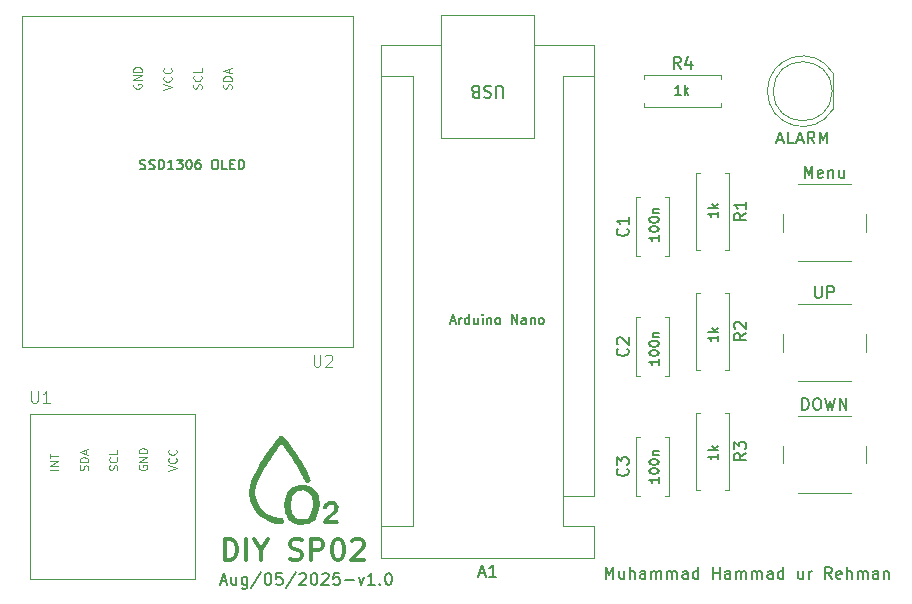
<source format=gto>
G04 #@! TF.GenerationSoftware,KiCad,Pcbnew,9.0.1*
G04 #@! TF.CreationDate,2025-08-05T12:48:43+05:00*
G04 #@! TF.ProjectId,firstPCB,66697273-7450-4434-922e-6b696361645f,rev?*
G04 #@! TF.SameCoordinates,Original*
G04 #@! TF.FileFunction,Legend,Top*
G04 #@! TF.FilePolarity,Positive*
%FSLAX46Y46*%
G04 Gerber Fmt 4.6, Leading zero omitted, Abs format (unit mm)*
G04 Created by KiCad (PCBNEW 9.0.1) date 2025-08-05 12:48:43*
%MOMM*%
%LPD*%
G01*
G04 APERTURE LIST*
%ADD10C,0.200000*%
%ADD11C,0.150000*%
%ADD12C,0.300000*%
%ADD13C,0.151300*%
%ADD14C,0.152400*%
%ADD15C,0.100000*%
%ADD16C,0.000000*%
%ADD17C,0.120000*%
G04 APERTURE END LIST*
D10*
X82369673Y-109867219D02*
X82369673Y-108867219D01*
X82369673Y-108867219D02*
X82703006Y-109581504D01*
X82703006Y-109581504D02*
X83036339Y-108867219D01*
X83036339Y-108867219D02*
X83036339Y-109867219D01*
X83941101Y-109200552D02*
X83941101Y-109867219D01*
X83512530Y-109200552D02*
X83512530Y-109724361D01*
X83512530Y-109724361D02*
X83560149Y-109819600D01*
X83560149Y-109819600D02*
X83655387Y-109867219D01*
X83655387Y-109867219D02*
X83798244Y-109867219D01*
X83798244Y-109867219D02*
X83893482Y-109819600D01*
X83893482Y-109819600D02*
X83941101Y-109771980D01*
X84417292Y-109867219D02*
X84417292Y-108867219D01*
X84845863Y-109867219D02*
X84845863Y-109343409D01*
X84845863Y-109343409D02*
X84798244Y-109248171D01*
X84798244Y-109248171D02*
X84703006Y-109200552D01*
X84703006Y-109200552D02*
X84560149Y-109200552D01*
X84560149Y-109200552D02*
X84464911Y-109248171D01*
X84464911Y-109248171D02*
X84417292Y-109295790D01*
X85750625Y-109867219D02*
X85750625Y-109343409D01*
X85750625Y-109343409D02*
X85703006Y-109248171D01*
X85703006Y-109248171D02*
X85607768Y-109200552D01*
X85607768Y-109200552D02*
X85417292Y-109200552D01*
X85417292Y-109200552D02*
X85322054Y-109248171D01*
X85750625Y-109819600D02*
X85655387Y-109867219D01*
X85655387Y-109867219D02*
X85417292Y-109867219D01*
X85417292Y-109867219D02*
X85322054Y-109819600D01*
X85322054Y-109819600D02*
X85274435Y-109724361D01*
X85274435Y-109724361D02*
X85274435Y-109629123D01*
X85274435Y-109629123D02*
X85322054Y-109533885D01*
X85322054Y-109533885D02*
X85417292Y-109486266D01*
X85417292Y-109486266D02*
X85655387Y-109486266D01*
X85655387Y-109486266D02*
X85750625Y-109438647D01*
X86226816Y-109867219D02*
X86226816Y-109200552D01*
X86226816Y-109295790D02*
X86274435Y-109248171D01*
X86274435Y-109248171D02*
X86369673Y-109200552D01*
X86369673Y-109200552D02*
X86512530Y-109200552D01*
X86512530Y-109200552D02*
X86607768Y-109248171D01*
X86607768Y-109248171D02*
X86655387Y-109343409D01*
X86655387Y-109343409D02*
X86655387Y-109867219D01*
X86655387Y-109343409D02*
X86703006Y-109248171D01*
X86703006Y-109248171D02*
X86798244Y-109200552D01*
X86798244Y-109200552D02*
X86941101Y-109200552D01*
X86941101Y-109200552D02*
X87036340Y-109248171D01*
X87036340Y-109248171D02*
X87083959Y-109343409D01*
X87083959Y-109343409D02*
X87083959Y-109867219D01*
X87560149Y-109867219D02*
X87560149Y-109200552D01*
X87560149Y-109295790D02*
X87607768Y-109248171D01*
X87607768Y-109248171D02*
X87703006Y-109200552D01*
X87703006Y-109200552D02*
X87845863Y-109200552D01*
X87845863Y-109200552D02*
X87941101Y-109248171D01*
X87941101Y-109248171D02*
X87988720Y-109343409D01*
X87988720Y-109343409D02*
X87988720Y-109867219D01*
X87988720Y-109343409D02*
X88036339Y-109248171D01*
X88036339Y-109248171D02*
X88131577Y-109200552D01*
X88131577Y-109200552D02*
X88274434Y-109200552D01*
X88274434Y-109200552D02*
X88369673Y-109248171D01*
X88369673Y-109248171D02*
X88417292Y-109343409D01*
X88417292Y-109343409D02*
X88417292Y-109867219D01*
X89322053Y-109867219D02*
X89322053Y-109343409D01*
X89322053Y-109343409D02*
X89274434Y-109248171D01*
X89274434Y-109248171D02*
X89179196Y-109200552D01*
X89179196Y-109200552D02*
X88988720Y-109200552D01*
X88988720Y-109200552D02*
X88893482Y-109248171D01*
X89322053Y-109819600D02*
X89226815Y-109867219D01*
X89226815Y-109867219D02*
X88988720Y-109867219D01*
X88988720Y-109867219D02*
X88893482Y-109819600D01*
X88893482Y-109819600D02*
X88845863Y-109724361D01*
X88845863Y-109724361D02*
X88845863Y-109629123D01*
X88845863Y-109629123D02*
X88893482Y-109533885D01*
X88893482Y-109533885D02*
X88988720Y-109486266D01*
X88988720Y-109486266D02*
X89226815Y-109486266D01*
X89226815Y-109486266D02*
X89322053Y-109438647D01*
X90226815Y-109867219D02*
X90226815Y-108867219D01*
X90226815Y-109819600D02*
X90131577Y-109867219D01*
X90131577Y-109867219D02*
X89941101Y-109867219D01*
X89941101Y-109867219D02*
X89845863Y-109819600D01*
X89845863Y-109819600D02*
X89798244Y-109771980D01*
X89798244Y-109771980D02*
X89750625Y-109676742D01*
X89750625Y-109676742D02*
X89750625Y-109391028D01*
X89750625Y-109391028D02*
X89798244Y-109295790D01*
X89798244Y-109295790D02*
X89845863Y-109248171D01*
X89845863Y-109248171D02*
X89941101Y-109200552D01*
X89941101Y-109200552D02*
X90131577Y-109200552D01*
X90131577Y-109200552D02*
X90226815Y-109248171D01*
X91464911Y-109867219D02*
X91464911Y-108867219D01*
X91464911Y-109343409D02*
X92036339Y-109343409D01*
X92036339Y-109867219D02*
X92036339Y-108867219D01*
X92941101Y-109867219D02*
X92941101Y-109343409D01*
X92941101Y-109343409D02*
X92893482Y-109248171D01*
X92893482Y-109248171D02*
X92798244Y-109200552D01*
X92798244Y-109200552D02*
X92607768Y-109200552D01*
X92607768Y-109200552D02*
X92512530Y-109248171D01*
X92941101Y-109819600D02*
X92845863Y-109867219D01*
X92845863Y-109867219D02*
X92607768Y-109867219D01*
X92607768Y-109867219D02*
X92512530Y-109819600D01*
X92512530Y-109819600D02*
X92464911Y-109724361D01*
X92464911Y-109724361D02*
X92464911Y-109629123D01*
X92464911Y-109629123D02*
X92512530Y-109533885D01*
X92512530Y-109533885D02*
X92607768Y-109486266D01*
X92607768Y-109486266D02*
X92845863Y-109486266D01*
X92845863Y-109486266D02*
X92941101Y-109438647D01*
X93417292Y-109867219D02*
X93417292Y-109200552D01*
X93417292Y-109295790D02*
X93464911Y-109248171D01*
X93464911Y-109248171D02*
X93560149Y-109200552D01*
X93560149Y-109200552D02*
X93703006Y-109200552D01*
X93703006Y-109200552D02*
X93798244Y-109248171D01*
X93798244Y-109248171D02*
X93845863Y-109343409D01*
X93845863Y-109343409D02*
X93845863Y-109867219D01*
X93845863Y-109343409D02*
X93893482Y-109248171D01*
X93893482Y-109248171D02*
X93988720Y-109200552D01*
X93988720Y-109200552D02*
X94131577Y-109200552D01*
X94131577Y-109200552D02*
X94226816Y-109248171D01*
X94226816Y-109248171D02*
X94274435Y-109343409D01*
X94274435Y-109343409D02*
X94274435Y-109867219D01*
X94750625Y-109867219D02*
X94750625Y-109200552D01*
X94750625Y-109295790D02*
X94798244Y-109248171D01*
X94798244Y-109248171D02*
X94893482Y-109200552D01*
X94893482Y-109200552D02*
X95036339Y-109200552D01*
X95036339Y-109200552D02*
X95131577Y-109248171D01*
X95131577Y-109248171D02*
X95179196Y-109343409D01*
X95179196Y-109343409D02*
X95179196Y-109867219D01*
X95179196Y-109343409D02*
X95226815Y-109248171D01*
X95226815Y-109248171D02*
X95322053Y-109200552D01*
X95322053Y-109200552D02*
X95464910Y-109200552D01*
X95464910Y-109200552D02*
X95560149Y-109248171D01*
X95560149Y-109248171D02*
X95607768Y-109343409D01*
X95607768Y-109343409D02*
X95607768Y-109867219D01*
X96512529Y-109867219D02*
X96512529Y-109343409D01*
X96512529Y-109343409D02*
X96464910Y-109248171D01*
X96464910Y-109248171D02*
X96369672Y-109200552D01*
X96369672Y-109200552D02*
X96179196Y-109200552D01*
X96179196Y-109200552D02*
X96083958Y-109248171D01*
X96512529Y-109819600D02*
X96417291Y-109867219D01*
X96417291Y-109867219D02*
X96179196Y-109867219D01*
X96179196Y-109867219D02*
X96083958Y-109819600D01*
X96083958Y-109819600D02*
X96036339Y-109724361D01*
X96036339Y-109724361D02*
X96036339Y-109629123D01*
X96036339Y-109629123D02*
X96083958Y-109533885D01*
X96083958Y-109533885D02*
X96179196Y-109486266D01*
X96179196Y-109486266D02*
X96417291Y-109486266D01*
X96417291Y-109486266D02*
X96512529Y-109438647D01*
X97417291Y-109867219D02*
X97417291Y-108867219D01*
X97417291Y-109819600D02*
X97322053Y-109867219D01*
X97322053Y-109867219D02*
X97131577Y-109867219D01*
X97131577Y-109867219D02*
X97036339Y-109819600D01*
X97036339Y-109819600D02*
X96988720Y-109771980D01*
X96988720Y-109771980D02*
X96941101Y-109676742D01*
X96941101Y-109676742D02*
X96941101Y-109391028D01*
X96941101Y-109391028D02*
X96988720Y-109295790D01*
X96988720Y-109295790D02*
X97036339Y-109248171D01*
X97036339Y-109248171D02*
X97131577Y-109200552D01*
X97131577Y-109200552D02*
X97322053Y-109200552D01*
X97322053Y-109200552D02*
X97417291Y-109248171D01*
X99083958Y-109200552D02*
X99083958Y-109867219D01*
X98655387Y-109200552D02*
X98655387Y-109724361D01*
X98655387Y-109724361D02*
X98703006Y-109819600D01*
X98703006Y-109819600D02*
X98798244Y-109867219D01*
X98798244Y-109867219D02*
X98941101Y-109867219D01*
X98941101Y-109867219D02*
X99036339Y-109819600D01*
X99036339Y-109819600D02*
X99083958Y-109771980D01*
X99560149Y-109867219D02*
X99560149Y-109200552D01*
X99560149Y-109391028D02*
X99607768Y-109295790D01*
X99607768Y-109295790D02*
X99655387Y-109248171D01*
X99655387Y-109248171D02*
X99750625Y-109200552D01*
X99750625Y-109200552D02*
X99845863Y-109200552D01*
X101512530Y-109867219D02*
X101179197Y-109391028D01*
X100941102Y-109867219D02*
X100941102Y-108867219D01*
X100941102Y-108867219D02*
X101322054Y-108867219D01*
X101322054Y-108867219D02*
X101417292Y-108914838D01*
X101417292Y-108914838D02*
X101464911Y-108962457D01*
X101464911Y-108962457D02*
X101512530Y-109057695D01*
X101512530Y-109057695D02*
X101512530Y-109200552D01*
X101512530Y-109200552D02*
X101464911Y-109295790D01*
X101464911Y-109295790D02*
X101417292Y-109343409D01*
X101417292Y-109343409D02*
X101322054Y-109391028D01*
X101322054Y-109391028D02*
X100941102Y-109391028D01*
X102322054Y-109819600D02*
X102226816Y-109867219D01*
X102226816Y-109867219D02*
X102036340Y-109867219D01*
X102036340Y-109867219D02*
X101941102Y-109819600D01*
X101941102Y-109819600D02*
X101893483Y-109724361D01*
X101893483Y-109724361D02*
X101893483Y-109343409D01*
X101893483Y-109343409D02*
X101941102Y-109248171D01*
X101941102Y-109248171D02*
X102036340Y-109200552D01*
X102036340Y-109200552D02*
X102226816Y-109200552D01*
X102226816Y-109200552D02*
X102322054Y-109248171D01*
X102322054Y-109248171D02*
X102369673Y-109343409D01*
X102369673Y-109343409D02*
X102369673Y-109438647D01*
X102369673Y-109438647D02*
X101893483Y-109533885D01*
X102798245Y-109867219D02*
X102798245Y-108867219D01*
X103226816Y-109867219D02*
X103226816Y-109343409D01*
X103226816Y-109343409D02*
X103179197Y-109248171D01*
X103179197Y-109248171D02*
X103083959Y-109200552D01*
X103083959Y-109200552D02*
X102941102Y-109200552D01*
X102941102Y-109200552D02*
X102845864Y-109248171D01*
X102845864Y-109248171D02*
X102798245Y-109295790D01*
X103703007Y-109867219D02*
X103703007Y-109200552D01*
X103703007Y-109295790D02*
X103750626Y-109248171D01*
X103750626Y-109248171D02*
X103845864Y-109200552D01*
X103845864Y-109200552D02*
X103988721Y-109200552D01*
X103988721Y-109200552D02*
X104083959Y-109248171D01*
X104083959Y-109248171D02*
X104131578Y-109343409D01*
X104131578Y-109343409D02*
X104131578Y-109867219D01*
X104131578Y-109343409D02*
X104179197Y-109248171D01*
X104179197Y-109248171D02*
X104274435Y-109200552D01*
X104274435Y-109200552D02*
X104417292Y-109200552D01*
X104417292Y-109200552D02*
X104512531Y-109248171D01*
X104512531Y-109248171D02*
X104560150Y-109343409D01*
X104560150Y-109343409D02*
X104560150Y-109867219D01*
X105464911Y-109867219D02*
X105464911Y-109343409D01*
X105464911Y-109343409D02*
X105417292Y-109248171D01*
X105417292Y-109248171D02*
X105322054Y-109200552D01*
X105322054Y-109200552D02*
X105131578Y-109200552D01*
X105131578Y-109200552D02*
X105036340Y-109248171D01*
X105464911Y-109819600D02*
X105369673Y-109867219D01*
X105369673Y-109867219D02*
X105131578Y-109867219D01*
X105131578Y-109867219D02*
X105036340Y-109819600D01*
X105036340Y-109819600D02*
X104988721Y-109724361D01*
X104988721Y-109724361D02*
X104988721Y-109629123D01*
X104988721Y-109629123D02*
X105036340Y-109533885D01*
X105036340Y-109533885D02*
X105131578Y-109486266D01*
X105131578Y-109486266D02*
X105369673Y-109486266D01*
X105369673Y-109486266D02*
X105464911Y-109438647D01*
X105941102Y-109200552D02*
X105941102Y-109867219D01*
X105941102Y-109295790D02*
X105988721Y-109248171D01*
X105988721Y-109248171D02*
X106083959Y-109200552D01*
X106083959Y-109200552D02*
X106226816Y-109200552D01*
X106226816Y-109200552D02*
X106322054Y-109248171D01*
X106322054Y-109248171D02*
X106369673Y-109343409D01*
X106369673Y-109343409D02*
X106369673Y-109867219D01*
D11*
X49789160Y-110084104D02*
X50265350Y-110084104D01*
X49693922Y-110369819D02*
X50027255Y-109369819D01*
X50027255Y-109369819D02*
X50360588Y-110369819D01*
X51122493Y-109703152D02*
X51122493Y-110369819D01*
X50693922Y-109703152D02*
X50693922Y-110226961D01*
X50693922Y-110226961D02*
X50741541Y-110322200D01*
X50741541Y-110322200D02*
X50836779Y-110369819D01*
X50836779Y-110369819D02*
X50979636Y-110369819D01*
X50979636Y-110369819D02*
X51074874Y-110322200D01*
X51074874Y-110322200D02*
X51122493Y-110274580D01*
X52027255Y-109703152D02*
X52027255Y-110512676D01*
X52027255Y-110512676D02*
X51979636Y-110607914D01*
X51979636Y-110607914D02*
X51932017Y-110655533D01*
X51932017Y-110655533D02*
X51836779Y-110703152D01*
X51836779Y-110703152D02*
X51693922Y-110703152D01*
X51693922Y-110703152D02*
X51598684Y-110655533D01*
X52027255Y-110322200D02*
X51932017Y-110369819D01*
X51932017Y-110369819D02*
X51741541Y-110369819D01*
X51741541Y-110369819D02*
X51646303Y-110322200D01*
X51646303Y-110322200D02*
X51598684Y-110274580D01*
X51598684Y-110274580D02*
X51551065Y-110179342D01*
X51551065Y-110179342D02*
X51551065Y-109893628D01*
X51551065Y-109893628D02*
X51598684Y-109798390D01*
X51598684Y-109798390D02*
X51646303Y-109750771D01*
X51646303Y-109750771D02*
X51741541Y-109703152D01*
X51741541Y-109703152D02*
X51932017Y-109703152D01*
X51932017Y-109703152D02*
X52027255Y-109750771D01*
X53217731Y-109322200D02*
X52360589Y-110607914D01*
X53741541Y-109369819D02*
X53836779Y-109369819D01*
X53836779Y-109369819D02*
X53932017Y-109417438D01*
X53932017Y-109417438D02*
X53979636Y-109465057D01*
X53979636Y-109465057D02*
X54027255Y-109560295D01*
X54027255Y-109560295D02*
X54074874Y-109750771D01*
X54074874Y-109750771D02*
X54074874Y-109988866D01*
X54074874Y-109988866D02*
X54027255Y-110179342D01*
X54027255Y-110179342D02*
X53979636Y-110274580D01*
X53979636Y-110274580D02*
X53932017Y-110322200D01*
X53932017Y-110322200D02*
X53836779Y-110369819D01*
X53836779Y-110369819D02*
X53741541Y-110369819D01*
X53741541Y-110369819D02*
X53646303Y-110322200D01*
X53646303Y-110322200D02*
X53598684Y-110274580D01*
X53598684Y-110274580D02*
X53551065Y-110179342D01*
X53551065Y-110179342D02*
X53503446Y-109988866D01*
X53503446Y-109988866D02*
X53503446Y-109750771D01*
X53503446Y-109750771D02*
X53551065Y-109560295D01*
X53551065Y-109560295D02*
X53598684Y-109465057D01*
X53598684Y-109465057D02*
X53646303Y-109417438D01*
X53646303Y-109417438D02*
X53741541Y-109369819D01*
X54979636Y-109369819D02*
X54503446Y-109369819D01*
X54503446Y-109369819D02*
X54455827Y-109846009D01*
X54455827Y-109846009D02*
X54503446Y-109798390D01*
X54503446Y-109798390D02*
X54598684Y-109750771D01*
X54598684Y-109750771D02*
X54836779Y-109750771D01*
X54836779Y-109750771D02*
X54932017Y-109798390D01*
X54932017Y-109798390D02*
X54979636Y-109846009D01*
X54979636Y-109846009D02*
X55027255Y-109941247D01*
X55027255Y-109941247D02*
X55027255Y-110179342D01*
X55027255Y-110179342D02*
X54979636Y-110274580D01*
X54979636Y-110274580D02*
X54932017Y-110322200D01*
X54932017Y-110322200D02*
X54836779Y-110369819D01*
X54836779Y-110369819D02*
X54598684Y-110369819D01*
X54598684Y-110369819D02*
X54503446Y-110322200D01*
X54503446Y-110322200D02*
X54455827Y-110274580D01*
X56170112Y-109322200D02*
X55312970Y-110607914D01*
X56455827Y-109465057D02*
X56503446Y-109417438D01*
X56503446Y-109417438D02*
X56598684Y-109369819D01*
X56598684Y-109369819D02*
X56836779Y-109369819D01*
X56836779Y-109369819D02*
X56932017Y-109417438D01*
X56932017Y-109417438D02*
X56979636Y-109465057D01*
X56979636Y-109465057D02*
X57027255Y-109560295D01*
X57027255Y-109560295D02*
X57027255Y-109655533D01*
X57027255Y-109655533D02*
X56979636Y-109798390D01*
X56979636Y-109798390D02*
X56408208Y-110369819D01*
X56408208Y-110369819D02*
X57027255Y-110369819D01*
X57646303Y-109369819D02*
X57741541Y-109369819D01*
X57741541Y-109369819D02*
X57836779Y-109417438D01*
X57836779Y-109417438D02*
X57884398Y-109465057D01*
X57884398Y-109465057D02*
X57932017Y-109560295D01*
X57932017Y-109560295D02*
X57979636Y-109750771D01*
X57979636Y-109750771D02*
X57979636Y-109988866D01*
X57979636Y-109988866D02*
X57932017Y-110179342D01*
X57932017Y-110179342D02*
X57884398Y-110274580D01*
X57884398Y-110274580D02*
X57836779Y-110322200D01*
X57836779Y-110322200D02*
X57741541Y-110369819D01*
X57741541Y-110369819D02*
X57646303Y-110369819D01*
X57646303Y-110369819D02*
X57551065Y-110322200D01*
X57551065Y-110322200D02*
X57503446Y-110274580D01*
X57503446Y-110274580D02*
X57455827Y-110179342D01*
X57455827Y-110179342D02*
X57408208Y-109988866D01*
X57408208Y-109988866D02*
X57408208Y-109750771D01*
X57408208Y-109750771D02*
X57455827Y-109560295D01*
X57455827Y-109560295D02*
X57503446Y-109465057D01*
X57503446Y-109465057D02*
X57551065Y-109417438D01*
X57551065Y-109417438D02*
X57646303Y-109369819D01*
X58360589Y-109465057D02*
X58408208Y-109417438D01*
X58408208Y-109417438D02*
X58503446Y-109369819D01*
X58503446Y-109369819D02*
X58741541Y-109369819D01*
X58741541Y-109369819D02*
X58836779Y-109417438D01*
X58836779Y-109417438D02*
X58884398Y-109465057D01*
X58884398Y-109465057D02*
X58932017Y-109560295D01*
X58932017Y-109560295D02*
X58932017Y-109655533D01*
X58932017Y-109655533D02*
X58884398Y-109798390D01*
X58884398Y-109798390D02*
X58312970Y-110369819D01*
X58312970Y-110369819D02*
X58932017Y-110369819D01*
X59836779Y-109369819D02*
X59360589Y-109369819D01*
X59360589Y-109369819D02*
X59312970Y-109846009D01*
X59312970Y-109846009D02*
X59360589Y-109798390D01*
X59360589Y-109798390D02*
X59455827Y-109750771D01*
X59455827Y-109750771D02*
X59693922Y-109750771D01*
X59693922Y-109750771D02*
X59789160Y-109798390D01*
X59789160Y-109798390D02*
X59836779Y-109846009D01*
X59836779Y-109846009D02*
X59884398Y-109941247D01*
X59884398Y-109941247D02*
X59884398Y-110179342D01*
X59884398Y-110179342D02*
X59836779Y-110274580D01*
X59836779Y-110274580D02*
X59789160Y-110322200D01*
X59789160Y-110322200D02*
X59693922Y-110369819D01*
X59693922Y-110369819D02*
X59455827Y-110369819D01*
X59455827Y-110369819D02*
X59360589Y-110322200D01*
X59360589Y-110322200D02*
X59312970Y-110274580D01*
X60312970Y-109988866D02*
X61074875Y-109988866D01*
X61455827Y-109703152D02*
X61693922Y-110369819D01*
X61693922Y-110369819D02*
X61932017Y-109703152D01*
X62836779Y-110369819D02*
X62265351Y-110369819D01*
X62551065Y-110369819D02*
X62551065Y-109369819D01*
X62551065Y-109369819D02*
X62455827Y-109512676D01*
X62455827Y-109512676D02*
X62360589Y-109607914D01*
X62360589Y-109607914D02*
X62265351Y-109655533D01*
X63265351Y-110274580D02*
X63312970Y-110322200D01*
X63312970Y-110322200D02*
X63265351Y-110369819D01*
X63265351Y-110369819D02*
X63217732Y-110322200D01*
X63217732Y-110322200D02*
X63265351Y-110274580D01*
X63265351Y-110274580D02*
X63265351Y-110369819D01*
X63932017Y-109369819D02*
X64027255Y-109369819D01*
X64027255Y-109369819D02*
X64122493Y-109417438D01*
X64122493Y-109417438D02*
X64170112Y-109465057D01*
X64170112Y-109465057D02*
X64217731Y-109560295D01*
X64217731Y-109560295D02*
X64265350Y-109750771D01*
X64265350Y-109750771D02*
X64265350Y-109988866D01*
X64265350Y-109988866D02*
X64217731Y-110179342D01*
X64217731Y-110179342D02*
X64170112Y-110274580D01*
X64170112Y-110274580D02*
X64122493Y-110322200D01*
X64122493Y-110322200D02*
X64027255Y-110369819D01*
X64027255Y-110369819D02*
X63932017Y-110369819D01*
X63932017Y-110369819D02*
X63836779Y-110322200D01*
X63836779Y-110322200D02*
X63789160Y-110274580D01*
X63789160Y-110274580D02*
X63741541Y-110179342D01*
X63741541Y-110179342D02*
X63693922Y-109988866D01*
X63693922Y-109988866D02*
X63693922Y-109750771D01*
X63693922Y-109750771D02*
X63741541Y-109560295D01*
X63741541Y-109560295D02*
X63789160Y-109465057D01*
X63789160Y-109465057D02*
X63836779Y-109417438D01*
X63836779Y-109417438D02*
X63932017Y-109369819D01*
D12*
X50171428Y-108264114D02*
X50171428Y-106464114D01*
X50171428Y-106464114D02*
X50599999Y-106464114D01*
X50599999Y-106464114D02*
X50857142Y-106549828D01*
X50857142Y-106549828D02*
X51028571Y-106721257D01*
X51028571Y-106721257D02*
X51114285Y-106892685D01*
X51114285Y-106892685D02*
X51199999Y-107235542D01*
X51199999Y-107235542D02*
X51199999Y-107492685D01*
X51199999Y-107492685D02*
X51114285Y-107835542D01*
X51114285Y-107835542D02*
X51028571Y-108006971D01*
X51028571Y-108006971D02*
X50857142Y-108178400D01*
X50857142Y-108178400D02*
X50599999Y-108264114D01*
X50599999Y-108264114D02*
X50171428Y-108264114D01*
X51971428Y-108264114D02*
X51971428Y-106464114D01*
X53171428Y-107406971D02*
X53171428Y-108264114D01*
X52571428Y-106464114D02*
X53171428Y-107406971D01*
X53171428Y-107406971D02*
X53771428Y-106464114D01*
X55657143Y-108178400D02*
X55914286Y-108264114D01*
X55914286Y-108264114D02*
X56342857Y-108264114D01*
X56342857Y-108264114D02*
X56514286Y-108178400D01*
X56514286Y-108178400D02*
X56600000Y-108092685D01*
X56600000Y-108092685D02*
X56685714Y-107921257D01*
X56685714Y-107921257D02*
X56685714Y-107749828D01*
X56685714Y-107749828D02*
X56600000Y-107578400D01*
X56600000Y-107578400D02*
X56514286Y-107492685D01*
X56514286Y-107492685D02*
X56342857Y-107406971D01*
X56342857Y-107406971D02*
X56000000Y-107321257D01*
X56000000Y-107321257D02*
X55828571Y-107235542D01*
X55828571Y-107235542D02*
X55742857Y-107149828D01*
X55742857Y-107149828D02*
X55657143Y-106978400D01*
X55657143Y-106978400D02*
X55657143Y-106806971D01*
X55657143Y-106806971D02*
X55742857Y-106635542D01*
X55742857Y-106635542D02*
X55828571Y-106549828D01*
X55828571Y-106549828D02*
X56000000Y-106464114D01*
X56000000Y-106464114D02*
X56428571Y-106464114D01*
X56428571Y-106464114D02*
X56685714Y-106549828D01*
X57457143Y-108264114D02*
X57457143Y-106464114D01*
X57457143Y-106464114D02*
X58142857Y-106464114D01*
X58142857Y-106464114D02*
X58314286Y-106549828D01*
X58314286Y-106549828D02*
X58400000Y-106635542D01*
X58400000Y-106635542D02*
X58485714Y-106806971D01*
X58485714Y-106806971D02*
X58485714Y-107064114D01*
X58485714Y-107064114D02*
X58400000Y-107235542D01*
X58400000Y-107235542D02*
X58314286Y-107321257D01*
X58314286Y-107321257D02*
X58142857Y-107406971D01*
X58142857Y-107406971D02*
X57457143Y-107406971D01*
X59600000Y-106464114D02*
X59771429Y-106464114D01*
X59771429Y-106464114D02*
X59942857Y-106549828D01*
X59942857Y-106549828D02*
X60028572Y-106635542D01*
X60028572Y-106635542D02*
X60114286Y-106806971D01*
X60114286Y-106806971D02*
X60200000Y-107149828D01*
X60200000Y-107149828D02*
X60200000Y-107578400D01*
X60200000Y-107578400D02*
X60114286Y-107921257D01*
X60114286Y-107921257D02*
X60028572Y-108092685D01*
X60028572Y-108092685D02*
X59942857Y-108178400D01*
X59942857Y-108178400D02*
X59771429Y-108264114D01*
X59771429Y-108264114D02*
X59600000Y-108264114D01*
X59600000Y-108264114D02*
X59428572Y-108178400D01*
X59428572Y-108178400D02*
X59342857Y-108092685D01*
X59342857Y-108092685D02*
X59257143Y-107921257D01*
X59257143Y-107921257D02*
X59171429Y-107578400D01*
X59171429Y-107578400D02*
X59171429Y-107149828D01*
X59171429Y-107149828D02*
X59257143Y-106806971D01*
X59257143Y-106806971D02*
X59342857Y-106635542D01*
X59342857Y-106635542D02*
X59428572Y-106549828D01*
X59428572Y-106549828D02*
X59600000Y-106464114D01*
X60885715Y-106635542D02*
X60971429Y-106549828D01*
X60971429Y-106549828D02*
X61142858Y-106464114D01*
X61142858Y-106464114D02*
X61571429Y-106464114D01*
X61571429Y-106464114D02*
X61742858Y-106549828D01*
X61742858Y-106549828D02*
X61828572Y-106635542D01*
X61828572Y-106635542D02*
X61914286Y-106806971D01*
X61914286Y-106806971D02*
X61914286Y-106978400D01*
X61914286Y-106978400D02*
X61828572Y-107235542D01*
X61828572Y-107235542D02*
X60800000Y-108264114D01*
X60800000Y-108264114D02*
X61914286Y-108264114D01*
D13*
X86892660Y-80781184D02*
X86892660Y-81245641D01*
X86892660Y-81013413D02*
X86079860Y-81013413D01*
X86079860Y-81013413D02*
X86195975Y-81090822D01*
X86195975Y-81090822D02*
X86273384Y-81168232D01*
X86273384Y-81168232D02*
X86312089Y-81245641D01*
X86079860Y-80278023D02*
X86079860Y-80200613D01*
X86079860Y-80200613D02*
X86118565Y-80123204D01*
X86118565Y-80123204D02*
X86157270Y-80084499D01*
X86157270Y-80084499D02*
X86234679Y-80045794D01*
X86234679Y-80045794D02*
X86389498Y-80007089D01*
X86389498Y-80007089D02*
X86583022Y-80007089D01*
X86583022Y-80007089D02*
X86737841Y-80045794D01*
X86737841Y-80045794D02*
X86815251Y-80084499D01*
X86815251Y-80084499D02*
X86853956Y-80123204D01*
X86853956Y-80123204D02*
X86892660Y-80200613D01*
X86892660Y-80200613D02*
X86892660Y-80278023D01*
X86892660Y-80278023D02*
X86853956Y-80355432D01*
X86853956Y-80355432D02*
X86815251Y-80394137D01*
X86815251Y-80394137D02*
X86737841Y-80432842D01*
X86737841Y-80432842D02*
X86583022Y-80471546D01*
X86583022Y-80471546D02*
X86389498Y-80471546D01*
X86389498Y-80471546D02*
X86234679Y-80432842D01*
X86234679Y-80432842D02*
X86157270Y-80394137D01*
X86157270Y-80394137D02*
X86118565Y-80355432D01*
X86118565Y-80355432D02*
X86079860Y-80278023D01*
X86079860Y-79503928D02*
X86079860Y-79426518D01*
X86079860Y-79426518D02*
X86118565Y-79349109D01*
X86118565Y-79349109D02*
X86157270Y-79310404D01*
X86157270Y-79310404D02*
X86234679Y-79271699D01*
X86234679Y-79271699D02*
X86389498Y-79232994D01*
X86389498Y-79232994D02*
X86583022Y-79232994D01*
X86583022Y-79232994D02*
X86737841Y-79271699D01*
X86737841Y-79271699D02*
X86815251Y-79310404D01*
X86815251Y-79310404D02*
X86853956Y-79349109D01*
X86853956Y-79349109D02*
X86892660Y-79426518D01*
X86892660Y-79426518D02*
X86892660Y-79503928D01*
X86892660Y-79503928D02*
X86853956Y-79581337D01*
X86853956Y-79581337D02*
X86815251Y-79620042D01*
X86815251Y-79620042D02*
X86737841Y-79658747D01*
X86737841Y-79658747D02*
X86583022Y-79697451D01*
X86583022Y-79697451D02*
X86389498Y-79697451D01*
X86389498Y-79697451D02*
X86234679Y-79658747D01*
X86234679Y-79658747D02*
X86157270Y-79620042D01*
X86157270Y-79620042D02*
X86118565Y-79581337D01*
X86118565Y-79581337D02*
X86079860Y-79503928D01*
X86350794Y-78884652D02*
X86892660Y-78884652D01*
X86428203Y-78884652D02*
X86389498Y-78845947D01*
X86389498Y-78845947D02*
X86350794Y-78768537D01*
X86350794Y-78768537D02*
X86350794Y-78652423D01*
X86350794Y-78652423D02*
X86389498Y-78575014D01*
X86389498Y-78575014D02*
X86466908Y-78536309D01*
X86466908Y-78536309D02*
X86892660Y-78536309D01*
X86892660Y-91281184D02*
X86892660Y-91745641D01*
X86892660Y-91513413D02*
X86079860Y-91513413D01*
X86079860Y-91513413D02*
X86195975Y-91590822D01*
X86195975Y-91590822D02*
X86273384Y-91668232D01*
X86273384Y-91668232D02*
X86312089Y-91745641D01*
X86079860Y-90778023D02*
X86079860Y-90700613D01*
X86079860Y-90700613D02*
X86118565Y-90623204D01*
X86118565Y-90623204D02*
X86157270Y-90584499D01*
X86157270Y-90584499D02*
X86234679Y-90545794D01*
X86234679Y-90545794D02*
X86389498Y-90507089D01*
X86389498Y-90507089D02*
X86583022Y-90507089D01*
X86583022Y-90507089D02*
X86737841Y-90545794D01*
X86737841Y-90545794D02*
X86815251Y-90584499D01*
X86815251Y-90584499D02*
X86853956Y-90623204D01*
X86853956Y-90623204D02*
X86892660Y-90700613D01*
X86892660Y-90700613D02*
X86892660Y-90778023D01*
X86892660Y-90778023D02*
X86853956Y-90855432D01*
X86853956Y-90855432D02*
X86815251Y-90894137D01*
X86815251Y-90894137D02*
X86737841Y-90932842D01*
X86737841Y-90932842D02*
X86583022Y-90971546D01*
X86583022Y-90971546D02*
X86389498Y-90971546D01*
X86389498Y-90971546D02*
X86234679Y-90932842D01*
X86234679Y-90932842D02*
X86157270Y-90894137D01*
X86157270Y-90894137D02*
X86118565Y-90855432D01*
X86118565Y-90855432D02*
X86079860Y-90778023D01*
X86079860Y-90003928D02*
X86079860Y-89926518D01*
X86079860Y-89926518D02*
X86118565Y-89849109D01*
X86118565Y-89849109D02*
X86157270Y-89810404D01*
X86157270Y-89810404D02*
X86234679Y-89771699D01*
X86234679Y-89771699D02*
X86389498Y-89732994D01*
X86389498Y-89732994D02*
X86583022Y-89732994D01*
X86583022Y-89732994D02*
X86737841Y-89771699D01*
X86737841Y-89771699D02*
X86815251Y-89810404D01*
X86815251Y-89810404D02*
X86853956Y-89849109D01*
X86853956Y-89849109D02*
X86892660Y-89926518D01*
X86892660Y-89926518D02*
X86892660Y-90003928D01*
X86892660Y-90003928D02*
X86853956Y-90081337D01*
X86853956Y-90081337D02*
X86815251Y-90120042D01*
X86815251Y-90120042D02*
X86737841Y-90158747D01*
X86737841Y-90158747D02*
X86583022Y-90197451D01*
X86583022Y-90197451D02*
X86389498Y-90197451D01*
X86389498Y-90197451D02*
X86234679Y-90158747D01*
X86234679Y-90158747D02*
X86157270Y-90120042D01*
X86157270Y-90120042D02*
X86118565Y-90081337D01*
X86118565Y-90081337D02*
X86079860Y-90003928D01*
X86350794Y-89384652D02*
X86892660Y-89384652D01*
X86428203Y-89384652D02*
X86389498Y-89345947D01*
X86389498Y-89345947D02*
X86350794Y-89268537D01*
X86350794Y-89268537D02*
X86350794Y-89152423D01*
X86350794Y-89152423D02*
X86389498Y-89075014D01*
X86389498Y-89075014D02*
X86466908Y-89036309D01*
X86466908Y-89036309D02*
X86892660Y-89036309D01*
X86892660Y-101281184D02*
X86892660Y-101745641D01*
X86892660Y-101513413D02*
X86079860Y-101513413D01*
X86079860Y-101513413D02*
X86195975Y-101590822D01*
X86195975Y-101590822D02*
X86273384Y-101668232D01*
X86273384Y-101668232D02*
X86312089Y-101745641D01*
X86079860Y-100778023D02*
X86079860Y-100700613D01*
X86079860Y-100700613D02*
X86118565Y-100623204D01*
X86118565Y-100623204D02*
X86157270Y-100584499D01*
X86157270Y-100584499D02*
X86234679Y-100545794D01*
X86234679Y-100545794D02*
X86389498Y-100507089D01*
X86389498Y-100507089D02*
X86583022Y-100507089D01*
X86583022Y-100507089D02*
X86737841Y-100545794D01*
X86737841Y-100545794D02*
X86815251Y-100584499D01*
X86815251Y-100584499D02*
X86853956Y-100623204D01*
X86853956Y-100623204D02*
X86892660Y-100700613D01*
X86892660Y-100700613D02*
X86892660Y-100778023D01*
X86892660Y-100778023D02*
X86853956Y-100855432D01*
X86853956Y-100855432D02*
X86815251Y-100894137D01*
X86815251Y-100894137D02*
X86737841Y-100932842D01*
X86737841Y-100932842D02*
X86583022Y-100971546D01*
X86583022Y-100971546D02*
X86389498Y-100971546D01*
X86389498Y-100971546D02*
X86234679Y-100932842D01*
X86234679Y-100932842D02*
X86157270Y-100894137D01*
X86157270Y-100894137D02*
X86118565Y-100855432D01*
X86118565Y-100855432D02*
X86079860Y-100778023D01*
X86079860Y-100003928D02*
X86079860Y-99926518D01*
X86079860Y-99926518D02*
X86118565Y-99849109D01*
X86118565Y-99849109D02*
X86157270Y-99810404D01*
X86157270Y-99810404D02*
X86234679Y-99771699D01*
X86234679Y-99771699D02*
X86389498Y-99732994D01*
X86389498Y-99732994D02*
X86583022Y-99732994D01*
X86583022Y-99732994D02*
X86737841Y-99771699D01*
X86737841Y-99771699D02*
X86815251Y-99810404D01*
X86815251Y-99810404D02*
X86853956Y-99849109D01*
X86853956Y-99849109D02*
X86892660Y-99926518D01*
X86892660Y-99926518D02*
X86892660Y-100003928D01*
X86892660Y-100003928D02*
X86853956Y-100081337D01*
X86853956Y-100081337D02*
X86815251Y-100120042D01*
X86815251Y-100120042D02*
X86737841Y-100158747D01*
X86737841Y-100158747D02*
X86583022Y-100197451D01*
X86583022Y-100197451D02*
X86389498Y-100197451D01*
X86389498Y-100197451D02*
X86234679Y-100158747D01*
X86234679Y-100158747D02*
X86157270Y-100120042D01*
X86157270Y-100120042D02*
X86118565Y-100081337D01*
X86118565Y-100081337D02*
X86079860Y-100003928D01*
X86350794Y-99384652D02*
X86892660Y-99384652D01*
X86428203Y-99384652D02*
X86389498Y-99345947D01*
X86389498Y-99345947D02*
X86350794Y-99268537D01*
X86350794Y-99268537D02*
X86350794Y-99152423D01*
X86350794Y-99152423D02*
X86389498Y-99075014D01*
X86389498Y-99075014D02*
X86466908Y-99036309D01*
X86466908Y-99036309D02*
X86892660Y-99036309D01*
X91892660Y-99281184D02*
X91892660Y-99745641D01*
X91892660Y-99513413D02*
X91079860Y-99513413D01*
X91079860Y-99513413D02*
X91195975Y-99590822D01*
X91195975Y-99590822D02*
X91273384Y-99668232D01*
X91273384Y-99668232D02*
X91312089Y-99745641D01*
X91892660Y-98932842D02*
X91079860Y-98932842D01*
X91583022Y-98855432D02*
X91892660Y-98623204D01*
X91350794Y-98623204D02*
X91660432Y-98932842D01*
X91892660Y-89281184D02*
X91892660Y-89745641D01*
X91892660Y-89513413D02*
X91079860Y-89513413D01*
X91079860Y-89513413D02*
X91195975Y-89590822D01*
X91195975Y-89590822D02*
X91273384Y-89668232D01*
X91273384Y-89668232D02*
X91312089Y-89745641D01*
X91892660Y-88932842D02*
X91079860Y-88932842D01*
X91583022Y-88855432D02*
X91892660Y-88623204D01*
X91350794Y-88623204D02*
X91660432Y-88932842D01*
X91892660Y-78781184D02*
X91892660Y-79245641D01*
X91892660Y-79013413D02*
X91079860Y-79013413D01*
X91079860Y-79013413D02*
X91195975Y-79090822D01*
X91195975Y-79090822D02*
X91273384Y-79168232D01*
X91273384Y-79168232D02*
X91312089Y-79245641D01*
X91892660Y-78432842D02*
X91079860Y-78432842D01*
X91583022Y-78355432D02*
X91892660Y-78123204D01*
X91350794Y-78123204D02*
X91660432Y-78432842D01*
X88718815Y-68892660D02*
X88254358Y-68892660D01*
X88486586Y-68892660D02*
X88486586Y-68079860D01*
X88486586Y-68079860D02*
X88409177Y-68195975D01*
X88409177Y-68195975D02*
X88331767Y-68273384D01*
X88331767Y-68273384D02*
X88254358Y-68312089D01*
X89067157Y-68892660D02*
X89067157Y-68079860D01*
X89144567Y-68583022D02*
X89376795Y-68892660D01*
X89376795Y-68350794D02*
X89067157Y-68660432D01*
D14*
X69255082Y-88060375D02*
X69642129Y-88060375D01*
X69177672Y-88292603D02*
X69448605Y-87479803D01*
X69448605Y-87479803D02*
X69719539Y-88292603D01*
X69990472Y-88292603D02*
X69990472Y-87750737D01*
X69990472Y-87905556D02*
X70029177Y-87828146D01*
X70029177Y-87828146D02*
X70067882Y-87789441D01*
X70067882Y-87789441D02*
X70145291Y-87750737D01*
X70145291Y-87750737D02*
X70222701Y-87750737D01*
X70841977Y-88292603D02*
X70841977Y-87479803D01*
X70841977Y-88253899D02*
X70764568Y-88292603D01*
X70764568Y-88292603D02*
X70609749Y-88292603D01*
X70609749Y-88292603D02*
X70532339Y-88253899D01*
X70532339Y-88253899D02*
X70493634Y-88215194D01*
X70493634Y-88215194D02*
X70454930Y-88137784D01*
X70454930Y-88137784D02*
X70454930Y-87905556D01*
X70454930Y-87905556D02*
X70493634Y-87828146D01*
X70493634Y-87828146D02*
X70532339Y-87789441D01*
X70532339Y-87789441D02*
X70609749Y-87750737D01*
X70609749Y-87750737D02*
X70764568Y-87750737D01*
X70764568Y-87750737D02*
X70841977Y-87789441D01*
X71577367Y-87750737D02*
X71577367Y-88292603D01*
X71229024Y-87750737D02*
X71229024Y-88176489D01*
X71229024Y-88176489D02*
X71267729Y-88253899D01*
X71267729Y-88253899D02*
X71345139Y-88292603D01*
X71345139Y-88292603D02*
X71461253Y-88292603D01*
X71461253Y-88292603D02*
X71538662Y-88253899D01*
X71538662Y-88253899D02*
X71577367Y-88215194D01*
X71964414Y-88292603D02*
X71964414Y-87750737D01*
X71964414Y-87479803D02*
X71925710Y-87518508D01*
X71925710Y-87518508D02*
X71964414Y-87557213D01*
X71964414Y-87557213D02*
X72003119Y-87518508D01*
X72003119Y-87518508D02*
X71964414Y-87479803D01*
X71964414Y-87479803D02*
X71964414Y-87557213D01*
X72351462Y-87750737D02*
X72351462Y-88292603D01*
X72351462Y-87828146D02*
X72390167Y-87789441D01*
X72390167Y-87789441D02*
X72467577Y-87750737D01*
X72467577Y-87750737D02*
X72583691Y-87750737D01*
X72583691Y-87750737D02*
X72661100Y-87789441D01*
X72661100Y-87789441D02*
X72699805Y-87866851D01*
X72699805Y-87866851D02*
X72699805Y-88292603D01*
X73202967Y-88292603D02*
X73125557Y-88253899D01*
X73125557Y-88253899D02*
X73086852Y-88215194D01*
X73086852Y-88215194D02*
X73048148Y-88137784D01*
X73048148Y-88137784D02*
X73048148Y-87905556D01*
X73048148Y-87905556D02*
X73086852Y-87828146D01*
X73086852Y-87828146D02*
X73125557Y-87789441D01*
X73125557Y-87789441D02*
X73202967Y-87750737D01*
X73202967Y-87750737D02*
X73319081Y-87750737D01*
X73319081Y-87750737D02*
X73396490Y-87789441D01*
X73396490Y-87789441D02*
X73435195Y-87828146D01*
X73435195Y-87828146D02*
X73473900Y-87905556D01*
X73473900Y-87905556D02*
X73473900Y-88137784D01*
X73473900Y-88137784D02*
X73435195Y-88215194D01*
X73435195Y-88215194D02*
X73396490Y-88253899D01*
X73396490Y-88253899D02*
X73319081Y-88292603D01*
X73319081Y-88292603D02*
X73202967Y-88292603D01*
X74441518Y-88292603D02*
X74441518Y-87479803D01*
X74441518Y-87479803D02*
X74905975Y-88292603D01*
X74905975Y-88292603D02*
X74905975Y-87479803D01*
X75641366Y-88292603D02*
X75641366Y-87866851D01*
X75641366Y-87866851D02*
X75602661Y-87789441D01*
X75602661Y-87789441D02*
X75525252Y-87750737D01*
X75525252Y-87750737D02*
X75370433Y-87750737D01*
X75370433Y-87750737D02*
X75293023Y-87789441D01*
X75641366Y-88253899D02*
X75563957Y-88292603D01*
X75563957Y-88292603D02*
X75370433Y-88292603D01*
X75370433Y-88292603D02*
X75293023Y-88253899D01*
X75293023Y-88253899D02*
X75254319Y-88176489D01*
X75254319Y-88176489D02*
X75254319Y-88099079D01*
X75254319Y-88099079D02*
X75293023Y-88021670D01*
X75293023Y-88021670D02*
X75370433Y-87982965D01*
X75370433Y-87982965D02*
X75563957Y-87982965D01*
X75563957Y-87982965D02*
X75641366Y-87944260D01*
X76028413Y-87750737D02*
X76028413Y-88292603D01*
X76028413Y-87828146D02*
X76067118Y-87789441D01*
X76067118Y-87789441D02*
X76144528Y-87750737D01*
X76144528Y-87750737D02*
X76260642Y-87750737D01*
X76260642Y-87750737D02*
X76338051Y-87789441D01*
X76338051Y-87789441D02*
X76376756Y-87866851D01*
X76376756Y-87866851D02*
X76376756Y-88292603D01*
X76879918Y-88292603D02*
X76802508Y-88253899D01*
X76802508Y-88253899D02*
X76763803Y-88215194D01*
X76763803Y-88215194D02*
X76725099Y-88137784D01*
X76725099Y-88137784D02*
X76725099Y-87905556D01*
X76725099Y-87905556D02*
X76763803Y-87828146D01*
X76763803Y-87828146D02*
X76802508Y-87789441D01*
X76802508Y-87789441D02*
X76879918Y-87750737D01*
X76879918Y-87750737D02*
X76996032Y-87750737D01*
X76996032Y-87750737D02*
X77073441Y-87789441D01*
X77073441Y-87789441D02*
X77112146Y-87828146D01*
X77112146Y-87828146D02*
X77150851Y-87905556D01*
X77150851Y-87905556D02*
X77150851Y-88137784D01*
X77150851Y-88137784D02*
X77112146Y-88215194D01*
X77112146Y-88215194D02*
X77073441Y-88253899D01*
X77073441Y-88253899D02*
X76996032Y-88292603D01*
X76996032Y-88292603D02*
X76879918Y-88292603D01*
D11*
X42953503Y-75154024D02*
X43069617Y-75192728D01*
X43069617Y-75192728D02*
X43263141Y-75192728D01*
X43263141Y-75192728D02*
X43340550Y-75154024D01*
X43340550Y-75154024D02*
X43379255Y-75115319D01*
X43379255Y-75115319D02*
X43417960Y-75037909D01*
X43417960Y-75037909D02*
X43417960Y-74960500D01*
X43417960Y-74960500D02*
X43379255Y-74883090D01*
X43379255Y-74883090D02*
X43340550Y-74844385D01*
X43340550Y-74844385D02*
X43263141Y-74805681D01*
X43263141Y-74805681D02*
X43108322Y-74766976D01*
X43108322Y-74766976D02*
X43030912Y-74728271D01*
X43030912Y-74728271D02*
X42992207Y-74689566D01*
X42992207Y-74689566D02*
X42953503Y-74612157D01*
X42953503Y-74612157D02*
X42953503Y-74534747D01*
X42953503Y-74534747D02*
X42992207Y-74457338D01*
X42992207Y-74457338D02*
X43030912Y-74418633D01*
X43030912Y-74418633D02*
X43108322Y-74379928D01*
X43108322Y-74379928D02*
X43301845Y-74379928D01*
X43301845Y-74379928D02*
X43417960Y-74418633D01*
X43727598Y-75154024D02*
X43843712Y-75192728D01*
X43843712Y-75192728D02*
X44037236Y-75192728D01*
X44037236Y-75192728D02*
X44114645Y-75154024D01*
X44114645Y-75154024D02*
X44153350Y-75115319D01*
X44153350Y-75115319D02*
X44192055Y-75037909D01*
X44192055Y-75037909D02*
X44192055Y-74960500D01*
X44192055Y-74960500D02*
X44153350Y-74883090D01*
X44153350Y-74883090D02*
X44114645Y-74844385D01*
X44114645Y-74844385D02*
X44037236Y-74805681D01*
X44037236Y-74805681D02*
X43882417Y-74766976D01*
X43882417Y-74766976D02*
X43805007Y-74728271D01*
X43805007Y-74728271D02*
X43766302Y-74689566D01*
X43766302Y-74689566D02*
X43727598Y-74612157D01*
X43727598Y-74612157D02*
X43727598Y-74534747D01*
X43727598Y-74534747D02*
X43766302Y-74457338D01*
X43766302Y-74457338D02*
X43805007Y-74418633D01*
X43805007Y-74418633D02*
X43882417Y-74379928D01*
X43882417Y-74379928D02*
X44075940Y-74379928D01*
X44075940Y-74379928D02*
X44192055Y-74418633D01*
X44540397Y-75192728D02*
X44540397Y-74379928D01*
X44540397Y-74379928D02*
X44733921Y-74379928D01*
X44733921Y-74379928D02*
X44850035Y-74418633D01*
X44850035Y-74418633D02*
X44927445Y-74496043D01*
X44927445Y-74496043D02*
X44966150Y-74573452D01*
X44966150Y-74573452D02*
X45004854Y-74728271D01*
X45004854Y-74728271D02*
X45004854Y-74844385D01*
X45004854Y-74844385D02*
X44966150Y-74999204D01*
X44966150Y-74999204D02*
X44927445Y-75076614D01*
X44927445Y-75076614D02*
X44850035Y-75154024D01*
X44850035Y-75154024D02*
X44733921Y-75192728D01*
X44733921Y-75192728D02*
X44540397Y-75192728D01*
X45778950Y-75192728D02*
X45314493Y-75192728D01*
X45546721Y-75192728D02*
X45546721Y-74379928D01*
X45546721Y-74379928D02*
X45469312Y-74496043D01*
X45469312Y-74496043D02*
X45391902Y-74573452D01*
X45391902Y-74573452D02*
X45314493Y-74612157D01*
X46049883Y-74379928D02*
X46553045Y-74379928D01*
X46553045Y-74379928D02*
X46282111Y-74689566D01*
X46282111Y-74689566D02*
X46398226Y-74689566D01*
X46398226Y-74689566D02*
X46475635Y-74728271D01*
X46475635Y-74728271D02*
X46514340Y-74766976D01*
X46514340Y-74766976D02*
X46553045Y-74844385D01*
X46553045Y-74844385D02*
X46553045Y-75037909D01*
X46553045Y-75037909D02*
X46514340Y-75115319D01*
X46514340Y-75115319D02*
X46475635Y-75154024D01*
X46475635Y-75154024D02*
X46398226Y-75192728D01*
X46398226Y-75192728D02*
X46165997Y-75192728D01*
X46165997Y-75192728D02*
X46088588Y-75154024D01*
X46088588Y-75154024D02*
X46049883Y-75115319D01*
X47056206Y-74379928D02*
X47133616Y-74379928D01*
X47133616Y-74379928D02*
X47211025Y-74418633D01*
X47211025Y-74418633D02*
X47249730Y-74457338D01*
X47249730Y-74457338D02*
X47288435Y-74534747D01*
X47288435Y-74534747D02*
X47327140Y-74689566D01*
X47327140Y-74689566D02*
X47327140Y-74883090D01*
X47327140Y-74883090D02*
X47288435Y-75037909D01*
X47288435Y-75037909D02*
X47249730Y-75115319D01*
X47249730Y-75115319D02*
X47211025Y-75154024D01*
X47211025Y-75154024D02*
X47133616Y-75192728D01*
X47133616Y-75192728D02*
X47056206Y-75192728D01*
X47056206Y-75192728D02*
X46978797Y-75154024D01*
X46978797Y-75154024D02*
X46940092Y-75115319D01*
X46940092Y-75115319D02*
X46901387Y-75037909D01*
X46901387Y-75037909D02*
X46862683Y-74883090D01*
X46862683Y-74883090D02*
X46862683Y-74689566D01*
X46862683Y-74689566D02*
X46901387Y-74534747D01*
X46901387Y-74534747D02*
X46940092Y-74457338D01*
X46940092Y-74457338D02*
X46978797Y-74418633D01*
X46978797Y-74418633D02*
X47056206Y-74379928D01*
X48023825Y-74379928D02*
X47869006Y-74379928D01*
X47869006Y-74379928D02*
X47791597Y-74418633D01*
X47791597Y-74418633D02*
X47752892Y-74457338D01*
X47752892Y-74457338D02*
X47675482Y-74573452D01*
X47675482Y-74573452D02*
X47636778Y-74728271D01*
X47636778Y-74728271D02*
X47636778Y-75037909D01*
X47636778Y-75037909D02*
X47675482Y-75115319D01*
X47675482Y-75115319D02*
X47714187Y-75154024D01*
X47714187Y-75154024D02*
X47791597Y-75192728D01*
X47791597Y-75192728D02*
X47946416Y-75192728D01*
X47946416Y-75192728D02*
X48023825Y-75154024D01*
X48023825Y-75154024D02*
X48062530Y-75115319D01*
X48062530Y-75115319D02*
X48101235Y-75037909D01*
X48101235Y-75037909D02*
X48101235Y-74844385D01*
X48101235Y-74844385D02*
X48062530Y-74766976D01*
X48062530Y-74766976D02*
X48023825Y-74728271D01*
X48023825Y-74728271D02*
X47946416Y-74689566D01*
X47946416Y-74689566D02*
X47791597Y-74689566D01*
X47791597Y-74689566D02*
X47714187Y-74728271D01*
X47714187Y-74728271D02*
X47675482Y-74766976D01*
X47675482Y-74766976D02*
X47636778Y-74844385D01*
X49223672Y-74379928D02*
X49378491Y-74379928D01*
X49378491Y-74379928D02*
X49455901Y-74418633D01*
X49455901Y-74418633D02*
X49533310Y-74496043D01*
X49533310Y-74496043D02*
X49572015Y-74650862D01*
X49572015Y-74650862D02*
X49572015Y-74921795D01*
X49572015Y-74921795D02*
X49533310Y-75076614D01*
X49533310Y-75076614D02*
X49455901Y-75154024D01*
X49455901Y-75154024D02*
X49378491Y-75192728D01*
X49378491Y-75192728D02*
X49223672Y-75192728D01*
X49223672Y-75192728D02*
X49146263Y-75154024D01*
X49146263Y-75154024D02*
X49068853Y-75076614D01*
X49068853Y-75076614D02*
X49030149Y-74921795D01*
X49030149Y-74921795D02*
X49030149Y-74650862D01*
X49030149Y-74650862D02*
X49068853Y-74496043D01*
X49068853Y-74496043D02*
X49146263Y-74418633D01*
X49146263Y-74418633D02*
X49223672Y-74379928D01*
X50307406Y-75192728D02*
X49920358Y-75192728D01*
X49920358Y-75192728D02*
X49920358Y-74379928D01*
X50578339Y-74766976D02*
X50849273Y-74766976D01*
X50965387Y-75192728D02*
X50578339Y-75192728D01*
X50578339Y-75192728D02*
X50578339Y-74379928D01*
X50578339Y-74379928D02*
X50965387Y-74379928D01*
X51313729Y-75192728D02*
X51313729Y-74379928D01*
X51313729Y-74379928D02*
X51507253Y-74379928D01*
X51507253Y-74379928D02*
X51623367Y-74418633D01*
X51623367Y-74418633D02*
X51700777Y-74496043D01*
X51700777Y-74496043D02*
X51739482Y-74573452D01*
X51739482Y-74573452D02*
X51778186Y-74728271D01*
X51778186Y-74728271D02*
X51778186Y-74844385D01*
X51778186Y-74844385D02*
X51739482Y-74999204D01*
X51739482Y-74999204D02*
X51700777Y-75076614D01*
X51700777Y-75076614D02*
X51623367Y-75154024D01*
X51623367Y-75154024D02*
X51507253Y-75192728D01*
X51507253Y-75192728D02*
X51313729Y-75192728D01*
X100104286Y-85084819D02*
X100104286Y-85894342D01*
X100104286Y-85894342D02*
X100151905Y-85989580D01*
X100151905Y-85989580D02*
X100199524Y-86037200D01*
X100199524Y-86037200D02*
X100294762Y-86084819D01*
X100294762Y-86084819D02*
X100485238Y-86084819D01*
X100485238Y-86084819D02*
X100580476Y-86037200D01*
X100580476Y-86037200D02*
X100628095Y-85989580D01*
X100628095Y-85989580D02*
X100675714Y-85894342D01*
X100675714Y-85894342D02*
X100675714Y-85084819D01*
X101151905Y-86084819D02*
X101151905Y-85084819D01*
X101151905Y-85084819D02*
X101532857Y-85084819D01*
X101532857Y-85084819D02*
X101628095Y-85132438D01*
X101628095Y-85132438D02*
X101675714Y-85180057D01*
X101675714Y-85180057D02*
X101723333Y-85275295D01*
X101723333Y-85275295D02*
X101723333Y-85418152D01*
X101723333Y-85418152D02*
X101675714Y-85513390D01*
X101675714Y-85513390D02*
X101628095Y-85561009D01*
X101628095Y-85561009D02*
X101532857Y-85608628D01*
X101532857Y-85608628D02*
X101151905Y-85608628D01*
X96917143Y-72709104D02*
X97393333Y-72709104D01*
X96821905Y-72994819D02*
X97155238Y-71994819D01*
X97155238Y-71994819D02*
X97488571Y-72994819D01*
X98298095Y-72994819D02*
X97821905Y-72994819D01*
X97821905Y-72994819D02*
X97821905Y-71994819D01*
X98583810Y-72709104D02*
X99060000Y-72709104D01*
X98488572Y-72994819D02*
X98821905Y-71994819D01*
X98821905Y-71994819D02*
X99155238Y-72994819D01*
X100060000Y-72994819D02*
X99726667Y-72518628D01*
X99488572Y-72994819D02*
X99488572Y-71994819D01*
X99488572Y-71994819D02*
X99869524Y-71994819D01*
X99869524Y-71994819D02*
X99964762Y-72042438D01*
X99964762Y-72042438D02*
X100012381Y-72090057D01*
X100012381Y-72090057D02*
X100060000Y-72185295D01*
X100060000Y-72185295D02*
X100060000Y-72328152D01*
X100060000Y-72328152D02*
X100012381Y-72423390D01*
X100012381Y-72423390D02*
X99964762Y-72471009D01*
X99964762Y-72471009D02*
X99869524Y-72518628D01*
X99869524Y-72518628D02*
X99488572Y-72518628D01*
X100488572Y-72994819D02*
X100488572Y-71994819D01*
X100488572Y-71994819D02*
X100821905Y-72709104D01*
X100821905Y-72709104D02*
X101155238Y-71994819D01*
X101155238Y-71994819D02*
X101155238Y-72994819D01*
X94264819Y-89066666D02*
X93788628Y-89399999D01*
X94264819Y-89638094D02*
X93264819Y-89638094D01*
X93264819Y-89638094D02*
X93264819Y-89257142D01*
X93264819Y-89257142D02*
X93312438Y-89161904D01*
X93312438Y-89161904D02*
X93360057Y-89114285D01*
X93360057Y-89114285D02*
X93455295Y-89066666D01*
X93455295Y-89066666D02*
X93598152Y-89066666D01*
X93598152Y-89066666D02*
X93693390Y-89114285D01*
X93693390Y-89114285D02*
X93741009Y-89161904D01*
X93741009Y-89161904D02*
X93788628Y-89257142D01*
X93788628Y-89257142D02*
X93788628Y-89638094D01*
X93360057Y-88685713D02*
X93312438Y-88638094D01*
X93312438Y-88638094D02*
X93264819Y-88542856D01*
X93264819Y-88542856D02*
X93264819Y-88304761D01*
X93264819Y-88304761D02*
X93312438Y-88209523D01*
X93312438Y-88209523D02*
X93360057Y-88161904D01*
X93360057Y-88161904D02*
X93455295Y-88114285D01*
X93455295Y-88114285D02*
X93550533Y-88114285D01*
X93550533Y-88114285D02*
X93693390Y-88161904D01*
X93693390Y-88161904D02*
X94264819Y-88733332D01*
X94264819Y-88733332D02*
X94264819Y-88114285D01*
X94264819Y-99226666D02*
X93788628Y-99559999D01*
X94264819Y-99798094D02*
X93264819Y-99798094D01*
X93264819Y-99798094D02*
X93264819Y-99417142D01*
X93264819Y-99417142D02*
X93312438Y-99321904D01*
X93312438Y-99321904D02*
X93360057Y-99274285D01*
X93360057Y-99274285D02*
X93455295Y-99226666D01*
X93455295Y-99226666D02*
X93598152Y-99226666D01*
X93598152Y-99226666D02*
X93693390Y-99274285D01*
X93693390Y-99274285D02*
X93741009Y-99321904D01*
X93741009Y-99321904D02*
X93788628Y-99417142D01*
X93788628Y-99417142D02*
X93788628Y-99798094D01*
X93264819Y-98893332D02*
X93264819Y-98274285D01*
X93264819Y-98274285D02*
X93645771Y-98607618D01*
X93645771Y-98607618D02*
X93645771Y-98464761D01*
X93645771Y-98464761D02*
X93693390Y-98369523D01*
X93693390Y-98369523D02*
X93741009Y-98321904D01*
X93741009Y-98321904D02*
X93836247Y-98274285D01*
X93836247Y-98274285D02*
X94074342Y-98274285D01*
X94074342Y-98274285D02*
X94169580Y-98321904D01*
X94169580Y-98321904D02*
X94217200Y-98369523D01*
X94217200Y-98369523D02*
X94264819Y-98464761D01*
X94264819Y-98464761D02*
X94264819Y-98750475D01*
X94264819Y-98750475D02*
X94217200Y-98845713D01*
X94217200Y-98845713D02*
X94169580Y-98893332D01*
D15*
X33738095Y-93957419D02*
X33738095Y-94766942D01*
X33738095Y-94766942D02*
X33785714Y-94862180D01*
X33785714Y-94862180D02*
X33833333Y-94909800D01*
X33833333Y-94909800D02*
X33928571Y-94957419D01*
X33928571Y-94957419D02*
X34119047Y-94957419D01*
X34119047Y-94957419D02*
X34214285Y-94909800D01*
X34214285Y-94909800D02*
X34261904Y-94862180D01*
X34261904Y-94862180D02*
X34309523Y-94766942D01*
X34309523Y-94766942D02*
X34309523Y-93957419D01*
X35309523Y-94957419D02*
X34738095Y-94957419D01*
X35023809Y-94957419D02*
X35023809Y-93957419D01*
X35023809Y-93957419D02*
X34928571Y-94100276D01*
X34928571Y-94100276D02*
X34833333Y-94195514D01*
X34833333Y-94195514D02*
X34738095Y-94243133D01*
X36049133Y-100637544D02*
X35349133Y-100637544D01*
X36049133Y-100304211D02*
X35349133Y-100304211D01*
X35349133Y-100304211D02*
X36049133Y-99904211D01*
X36049133Y-99904211D02*
X35349133Y-99904211D01*
X35349133Y-99670878D02*
X35349133Y-99270878D01*
X36049133Y-99470878D02*
X35349133Y-99470878D01*
X41015800Y-100670877D02*
X41049133Y-100570877D01*
X41049133Y-100570877D02*
X41049133Y-100404211D01*
X41049133Y-100404211D02*
X41015800Y-100337544D01*
X41015800Y-100337544D02*
X40982466Y-100304211D01*
X40982466Y-100304211D02*
X40915800Y-100270877D01*
X40915800Y-100270877D02*
X40849133Y-100270877D01*
X40849133Y-100270877D02*
X40782466Y-100304211D01*
X40782466Y-100304211D02*
X40749133Y-100337544D01*
X40749133Y-100337544D02*
X40715800Y-100404211D01*
X40715800Y-100404211D02*
X40682466Y-100537544D01*
X40682466Y-100537544D02*
X40649133Y-100604211D01*
X40649133Y-100604211D02*
X40615800Y-100637544D01*
X40615800Y-100637544D02*
X40549133Y-100670877D01*
X40549133Y-100670877D02*
X40482466Y-100670877D01*
X40482466Y-100670877D02*
X40415800Y-100637544D01*
X40415800Y-100637544D02*
X40382466Y-100604211D01*
X40382466Y-100604211D02*
X40349133Y-100537544D01*
X40349133Y-100537544D02*
X40349133Y-100370877D01*
X40349133Y-100370877D02*
X40382466Y-100270877D01*
X40982466Y-99570877D02*
X41015800Y-99604210D01*
X41015800Y-99604210D02*
X41049133Y-99704210D01*
X41049133Y-99704210D02*
X41049133Y-99770877D01*
X41049133Y-99770877D02*
X41015800Y-99870877D01*
X41015800Y-99870877D02*
X40949133Y-99937544D01*
X40949133Y-99937544D02*
X40882466Y-99970877D01*
X40882466Y-99970877D02*
X40749133Y-100004210D01*
X40749133Y-100004210D02*
X40649133Y-100004210D01*
X40649133Y-100004210D02*
X40515800Y-99970877D01*
X40515800Y-99970877D02*
X40449133Y-99937544D01*
X40449133Y-99937544D02*
X40382466Y-99870877D01*
X40382466Y-99870877D02*
X40349133Y-99770877D01*
X40349133Y-99770877D02*
X40349133Y-99704210D01*
X40349133Y-99704210D02*
X40382466Y-99604210D01*
X40382466Y-99604210D02*
X40415800Y-99570877D01*
X41049133Y-98937544D02*
X41049133Y-99270877D01*
X41049133Y-99270877D02*
X40349133Y-99270877D01*
X42882466Y-100270877D02*
X42849133Y-100337544D01*
X42849133Y-100337544D02*
X42849133Y-100437544D01*
X42849133Y-100437544D02*
X42882466Y-100537544D01*
X42882466Y-100537544D02*
X42949133Y-100604211D01*
X42949133Y-100604211D02*
X43015800Y-100637544D01*
X43015800Y-100637544D02*
X43149133Y-100670877D01*
X43149133Y-100670877D02*
X43249133Y-100670877D01*
X43249133Y-100670877D02*
X43382466Y-100637544D01*
X43382466Y-100637544D02*
X43449133Y-100604211D01*
X43449133Y-100604211D02*
X43515800Y-100537544D01*
X43515800Y-100537544D02*
X43549133Y-100437544D01*
X43549133Y-100437544D02*
X43549133Y-100370877D01*
X43549133Y-100370877D02*
X43515800Y-100270877D01*
X43515800Y-100270877D02*
X43482466Y-100237544D01*
X43482466Y-100237544D02*
X43249133Y-100237544D01*
X43249133Y-100237544D02*
X43249133Y-100370877D01*
X43549133Y-99937544D02*
X42849133Y-99937544D01*
X42849133Y-99937544D02*
X43549133Y-99537544D01*
X43549133Y-99537544D02*
X42849133Y-99537544D01*
X43549133Y-99204211D02*
X42849133Y-99204211D01*
X42849133Y-99204211D02*
X42849133Y-99037544D01*
X42849133Y-99037544D02*
X42882466Y-98937544D01*
X42882466Y-98937544D02*
X42949133Y-98870878D01*
X42949133Y-98870878D02*
X43015800Y-98837544D01*
X43015800Y-98837544D02*
X43149133Y-98804211D01*
X43149133Y-98804211D02*
X43249133Y-98804211D01*
X43249133Y-98804211D02*
X43382466Y-98837544D01*
X43382466Y-98837544D02*
X43449133Y-98870878D01*
X43449133Y-98870878D02*
X43515800Y-98937544D01*
X43515800Y-98937544D02*
X43549133Y-99037544D01*
X43549133Y-99037544D02*
X43549133Y-99204211D01*
X45349133Y-100737544D02*
X46049133Y-100504211D01*
X46049133Y-100504211D02*
X45349133Y-100270877D01*
X45982466Y-99637544D02*
X46015800Y-99670877D01*
X46015800Y-99670877D02*
X46049133Y-99770877D01*
X46049133Y-99770877D02*
X46049133Y-99837544D01*
X46049133Y-99837544D02*
X46015800Y-99937544D01*
X46015800Y-99937544D02*
X45949133Y-100004211D01*
X45949133Y-100004211D02*
X45882466Y-100037544D01*
X45882466Y-100037544D02*
X45749133Y-100070877D01*
X45749133Y-100070877D02*
X45649133Y-100070877D01*
X45649133Y-100070877D02*
X45515800Y-100037544D01*
X45515800Y-100037544D02*
X45449133Y-100004211D01*
X45449133Y-100004211D02*
X45382466Y-99937544D01*
X45382466Y-99937544D02*
X45349133Y-99837544D01*
X45349133Y-99837544D02*
X45349133Y-99770877D01*
X45349133Y-99770877D02*
X45382466Y-99670877D01*
X45382466Y-99670877D02*
X45415800Y-99637544D01*
X45982466Y-98937544D02*
X46015800Y-98970877D01*
X46015800Y-98970877D02*
X46049133Y-99070877D01*
X46049133Y-99070877D02*
X46049133Y-99137544D01*
X46049133Y-99137544D02*
X46015800Y-99237544D01*
X46015800Y-99237544D02*
X45949133Y-99304211D01*
X45949133Y-99304211D02*
X45882466Y-99337544D01*
X45882466Y-99337544D02*
X45749133Y-99370877D01*
X45749133Y-99370877D02*
X45649133Y-99370877D01*
X45649133Y-99370877D02*
X45515800Y-99337544D01*
X45515800Y-99337544D02*
X45449133Y-99304211D01*
X45449133Y-99304211D02*
X45382466Y-99237544D01*
X45382466Y-99237544D02*
X45349133Y-99137544D01*
X45349133Y-99137544D02*
X45349133Y-99070877D01*
X45349133Y-99070877D02*
X45382466Y-98970877D01*
X45382466Y-98970877D02*
X45415800Y-98937544D01*
X38515800Y-100670877D02*
X38549133Y-100570877D01*
X38549133Y-100570877D02*
X38549133Y-100404211D01*
X38549133Y-100404211D02*
X38515800Y-100337544D01*
X38515800Y-100337544D02*
X38482466Y-100304211D01*
X38482466Y-100304211D02*
X38415800Y-100270877D01*
X38415800Y-100270877D02*
X38349133Y-100270877D01*
X38349133Y-100270877D02*
X38282466Y-100304211D01*
X38282466Y-100304211D02*
X38249133Y-100337544D01*
X38249133Y-100337544D02*
X38215800Y-100404211D01*
X38215800Y-100404211D02*
X38182466Y-100537544D01*
X38182466Y-100537544D02*
X38149133Y-100604211D01*
X38149133Y-100604211D02*
X38115800Y-100637544D01*
X38115800Y-100637544D02*
X38049133Y-100670877D01*
X38049133Y-100670877D02*
X37982466Y-100670877D01*
X37982466Y-100670877D02*
X37915800Y-100637544D01*
X37915800Y-100637544D02*
X37882466Y-100604211D01*
X37882466Y-100604211D02*
X37849133Y-100537544D01*
X37849133Y-100537544D02*
X37849133Y-100370877D01*
X37849133Y-100370877D02*
X37882466Y-100270877D01*
X38549133Y-99970877D02*
X37849133Y-99970877D01*
X37849133Y-99970877D02*
X37849133Y-99804210D01*
X37849133Y-99804210D02*
X37882466Y-99704210D01*
X37882466Y-99704210D02*
X37949133Y-99637544D01*
X37949133Y-99637544D02*
X38015800Y-99604210D01*
X38015800Y-99604210D02*
X38149133Y-99570877D01*
X38149133Y-99570877D02*
X38249133Y-99570877D01*
X38249133Y-99570877D02*
X38382466Y-99604210D01*
X38382466Y-99604210D02*
X38449133Y-99637544D01*
X38449133Y-99637544D02*
X38515800Y-99704210D01*
X38515800Y-99704210D02*
X38549133Y-99804210D01*
X38549133Y-99804210D02*
X38549133Y-99970877D01*
X38349133Y-99304210D02*
X38349133Y-98970877D01*
X38549133Y-99370877D02*
X37849133Y-99137544D01*
X37849133Y-99137544D02*
X38549133Y-98904210D01*
D11*
X84219580Y-90376666D02*
X84267200Y-90424285D01*
X84267200Y-90424285D02*
X84314819Y-90567142D01*
X84314819Y-90567142D02*
X84314819Y-90662380D01*
X84314819Y-90662380D02*
X84267200Y-90805237D01*
X84267200Y-90805237D02*
X84171961Y-90900475D01*
X84171961Y-90900475D02*
X84076723Y-90948094D01*
X84076723Y-90948094D02*
X83886247Y-90995713D01*
X83886247Y-90995713D02*
X83743390Y-90995713D01*
X83743390Y-90995713D02*
X83552914Y-90948094D01*
X83552914Y-90948094D02*
X83457676Y-90900475D01*
X83457676Y-90900475D02*
X83362438Y-90805237D01*
X83362438Y-90805237D02*
X83314819Y-90662380D01*
X83314819Y-90662380D02*
X83314819Y-90567142D01*
X83314819Y-90567142D02*
X83362438Y-90424285D01*
X83362438Y-90424285D02*
X83410057Y-90376666D01*
X83410057Y-89995713D02*
X83362438Y-89948094D01*
X83362438Y-89948094D02*
X83314819Y-89852856D01*
X83314819Y-89852856D02*
X83314819Y-89614761D01*
X83314819Y-89614761D02*
X83362438Y-89519523D01*
X83362438Y-89519523D02*
X83410057Y-89471904D01*
X83410057Y-89471904D02*
X83505295Y-89424285D01*
X83505295Y-89424285D02*
X83600533Y-89424285D01*
X83600533Y-89424285D02*
X83743390Y-89471904D01*
X83743390Y-89471904D02*
X84314819Y-90043332D01*
X84314819Y-90043332D02*
X84314819Y-89424285D01*
X99223333Y-75924819D02*
X99223333Y-74924819D01*
X99223333Y-74924819D02*
X99556666Y-75639104D01*
X99556666Y-75639104D02*
X99889999Y-74924819D01*
X99889999Y-74924819D02*
X99889999Y-75924819D01*
X100747142Y-75877200D02*
X100651904Y-75924819D01*
X100651904Y-75924819D02*
X100461428Y-75924819D01*
X100461428Y-75924819D02*
X100366190Y-75877200D01*
X100366190Y-75877200D02*
X100318571Y-75781961D01*
X100318571Y-75781961D02*
X100318571Y-75401009D01*
X100318571Y-75401009D02*
X100366190Y-75305771D01*
X100366190Y-75305771D02*
X100461428Y-75258152D01*
X100461428Y-75258152D02*
X100651904Y-75258152D01*
X100651904Y-75258152D02*
X100747142Y-75305771D01*
X100747142Y-75305771D02*
X100794761Y-75401009D01*
X100794761Y-75401009D02*
X100794761Y-75496247D01*
X100794761Y-75496247D02*
X100318571Y-75591485D01*
X101223333Y-75258152D02*
X101223333Y-75924819D01*
X101223333Y-75353390D02*
X101270952Y-75305771D01*
X101270952Y-75305771D02*
X101366190Y-75258152D01*
X101366190Y-75258152D02*
X101509047Y-75258152D01*
X101509047Y-75258152D02*
X101604285Y-75305771D01*
X101604285Y-75305771D02*
X101651904Y-75401009D01*
X101651904Y-75401009D02*
X101651904Y-75924819D01*
X102556666Y-75258152D02*
X102556666Y-75924819D01*
X102128095Y-75258152D02*
X102128095Y-75781961D01*
X102128095Y-75781961D02*
X102175714Y-75877200D01*
X102175714Y-75877200D02*
X102270952Y-75924819D01*
X102270952Y-75924819D02*
X102413809Y-75924819D01*
X102413809Y-75924819D02*
X102509047Y-75877200D01*
X102509047Y-75877200D02*
X102556666Y-75829580D01*
X94264819Y-78906666D02*
X93788628Y-79239999D01*
X94264819Y-79478094D02*
X93264819Y-79478094D01*
X93264819Y-79478094D02*
X93264819Y-79097142D01*
X93264819Y-79097142D02*
X93312438Y-79001904D01*
X93312438Y-79001904D02*
X93360057Y-78954285D01*
X93360057Y-78954285D02*
X93455295Y-78906666D01*
X93455295Y-78906666D02*
X93598152Y-78906666D01*
X93598152Y-78906666D02*
X93693390Y-78954285D01*
X93693390Y-78954285D02*
X93741009Y-79001904D01*
X93741009Y-79001904D02*
X93788628Y-79097142D01*
X93788628Y-79097142D02*
X93788628Y-79478094D01*
X94264819Y-77954285D02*
X94264819Y-78525713D01*
X94264819Y-78239999D02*
X93264819Y-78239999D01*
X93264819Y-78239999D02*
X93407676Y-78335237D01*
X93407676Y-78335237D02*
X93502914Y-78430475D01*
X93502914Y-78430475D02*
X93550533Y-78525713D01*
X84219580Y-100536666D02*
X84267200Y-100584285D01*
X84267200Y-100584285D02*
X84314819Y-100727142D01*
X84314819Y-100727142D02*
X84314819Y-100822380D01*
X84314819Y-100822380D02*
X84267200Y-100965237D01*
X84267200Y-100965237D02*
X84171961Y-101060475D01*
X84171961Y-101060475D02*
X84076723Y-101108094D01*
X84076723Y-101108094D02*
X83886247Y-101155713D01*
X83886247Y-101155713D02*
X83743390Y-101155713D01*
X83743390Y-101155713D02*
X83552914Y-101108094D01*
X83552914Y-101108094D02*
X83457676Y-101060475D01*
X83457676Y-101060475D02*
X83362438Y-100965237D01*
X83362438Y-100965237D02*
X83314819Y-100822380D01*
X83314819Y-100822380D02*
X83314819Y-100727142D01*
X83314819Y-100727142D02*
X83362438Y-100584285D01*
X83362438Y-100584285D02*
X83410057Y-100536666D01*
X83314819Y-100203332D02*
X83314819Y-99584285D01*
X83314819Y-99584285D02*
X83695771Y-99917618D01*
X83695771Y-99917618D02*
X83695771Y-99774761D01*
X83695771Y-99774761D02*
X83743390Y-99679523D01*
X83743390Y-99679523D02*
X83791009Y-99631904D01*
X83791009Y-99631904D02*
X83886247Y-99584285D01*
X83886247Y-99584285D02*
X84124342Y-99584285D01*
X84124342Y-99584285D02*
X84219580Y-99631904D01*
X84219580Y-99631904D02*
X84267200Y-99679523D01*
X84267200Y-99679523D02*
X84314819Y-99774761D01*
X84314819Y-99774761D02*
X84314819Y-100060475D01*
X84314819Y-100060475D02*
X84267200Y-100155713D01*
X84267200Y-100155713D02*
X84219580Y-100203332D01*
D15*
X57658095Y-90897419D02*
X57658095Y-91706942D01*
X57658095Y-91706942D02*
X57705714Y-91802180D01*
X57705714Y-91802180D02*
X57753333Y-91849800D01*
X57753333Y-91849800D02*
X57848571Y-91897419D01*
X57848571Y-91897419D02*
X58039047Y-91897419D01*
X58039047Y-91897419D02*
X58134285Y-91849800D01*
X58134285Y-91849800D02*
X58181904Y-91802180D01*
X58181904Y-91802180D02*
X58229523Y-91706942D01*
X58229523Y-91706942D02*
X58229523Y-90897419D01*
X58658095Y-90992657D02*
X58705714Y-90945038D01*
X58705714Y-90945038D02*
X58800952Y-90897419D01*
X58800952Y-90897419D02*
X59039047Y-90897419D01*
X59039047Y-90897419D02*
X59134285Y-90945038D01*
X59134285Y-90945038D02*
X59181904Y-90992657D01*
X59181904Y-90992657D02*
X59229523Y-91087895D01*
X59229523Y-91087895D02*
X59229523Y-91183133D01*
X59229523Y-91183133D02*
X59181904Y-91325990D01*
X59181904Y-91325990D02*
X58610476Y-91897419D01*
X58610476Y-91897419D02*
X59229523Y-91897419D01*
X48135800Y-68380877D02*
X48169133Y-68280877D01*
X48169133Y-68280877D02*
X48169133Y-68114211D01*
X48169133Y-68114211D02*
X48135800Y-68047544D01*
X48135800Y-68047544D02*
X48102466Y-68014211D01*
X48102466Y-68014211D02*
X48035800Y-67980877D01*
X48035800Y-67980877D02*
X47969133Y-67980877D01*
X47969133Y-67980877D02*
X47902466Y-68014211D01*
X47902466Y-68014211D02*
X47869133Y-68047544D01*
X47869133Y-68047544D02*
X47835800Y-68114211D01*
X47835800Y-68114211D02*
X47802466Y-68247544D01*
X47802466Y-68247544D02*
X47769133Y-68314211D01*
X47769133Y-68314211D02*
X47735800Y-68347544D01*
X47735800Y-68347544D02*
X47669133Y-68380877D01*
X47669133Y-68380877D02*
X47602466Y-68380877D01*
X47602466Y-68380877D02*
X47535800Y-68347544D01*
X47535800Y-68347544D02*
X47502466Y-68314211D01*
X47502466Y-68314211D02*
X47469133Y-68247544D01*
X47469133Y-68247544D02*
X47469133Y-68080877D01*
X47469133Y-68080877D02*
X47502466Y-67980877D01*
X48102466Y-67280877D02*
X48135800Y-67314210D01*
X48135800Y-67314210D02*
X48169133Y-67414210D01*
X48169133Y-67414210D02*
X48169133Y-67480877D01*
X48169133Y-67480877D02*
X48135800Y-67580877D01*
X48135800Y-67580877D02*
X48069133Y-67647544D01*
X48069133Y-67647544D02*
X48002466Y-67680877D01*
X48002466Y-67680877D02*
X47869133Y-67714210D01*
X47869133Y-67714210D02*
X47769133Y-67714210D01*
X47769133Y-67714210D02*
X47635800Y-67680877D01*
X47635800Y-67680877D02*
X47569133Y-67647544D01*
X47569133Y-67647544D02*
X47502466Y-67580877D01*
X47502466Y-67580877D02*
X47469133Y-67480877D01*
X47469133Y-67480877D02*
X47469133Y-67414210D01*
X47469133Y-67414210D02*
X47502466Y-67314210D01*
X47502466Y-67314210D02*
X47535800Y-67280877D01*
X48169133Y-66647544D02*
X48169133Y-66980877D01*
X48169133Y-66980877D02*
X47469133Y-66980877D01*
X44929133Y-68447544D02*
X45629133Y-68214211D01*
X45629133Y-68214211D02*
X44929133Y-67980877D01*
X45562466Y-67347544D02*
X45595800Y-67380877D01*
X45595800Y-67380877D02*
X45629133Y-67480877D01*
X45629133Y-67480877D02*
X45629133Y-67547544D01*
X45629133Y-67547544D02*
X45595800Y-67647544D01*
X45595800Y-67647544D02*
X45529133Y-67714211D01*
X45529133Y-67714211D02*
X45462466Y-67747544D01*
X45462466Y-67747544D02*
X45329133Y-67780877D01*
X45329133Y-67780877D02*
X45229133Y-67780877D01*
X45229133Y-67780877D02*
X45095800Y-67747544D01*
X45095800Y-67747544D02*
X45029133Y-67714211D01*
X45029133Y-67714211D02*
X44962466Y-67647544D01*
X44962466Y-67647544D02*
X44929133Y-67547544D01*
X44929133Y-67547544D02*
X44929133Y-67480877D01*
X44929133Y-67480877D02*
X44962466Y-67380877D01*
X44962466Y-67380877D02*
X44995800Y-67347544D01*
X45562466Y-66647544D02*
X45595800Y-66680877D01*
X45595800Y-66680877D02*
X45629133Y-66780877D01*
X45629133Y-66780877D02*
X45629133Y-66847544D01*
X45629133Y-66847544D02*
X45595800Y-66947544D01*
X45595800Y-66947544D02*
X45529133Y-67014211D01*
X45529133Y-67014211D02*
X45462466Y-67047544D01*
X45462466Y-67047544D02*
X45329133Y-67080877D01*
X45329133Y-67080877D02*
X45229133Y-67080877D01*
X45229133Y-67080877D02*
X45095800Y-67047544D01*
X45095800Y-67047544D02*
X45029133Y-67014211D01*
X45029133Y-67014211D02*
X44962466Y-66947544D01*
X44962466Y-66947544D02*
X44929133Y-66847544D01*
X44929133Y-66847544D02*
X44929133Y-66780877D01*
X44929133Y-66780877D02*
X44962466Y-66680877D01*
X44962466Y-66680877D02*
X44995800Y-66647544D01*
X42422466Y-67980877D02*
X42389133Y-68047544D01*
X42389133Y-68047544D02*
X42389133Y-68147544D01*
X42389133Y-68147544D02*
X42422466Y-68247544D01*
X42422466Y-68247544D02*
X42489133Y-68314211D01*
X42489133Y-68314211D02*
X42555800Y-68347544D01*
X42555800Y-68347544D02*
X42689133Y-68380877D01*
X42689133Y-68380877D02*
X42789133Y-68380877D01*
X42789133Y-68380877D02*
X42922466Y-68347544D01*
X42922466Y-68347544D02*
X42989133Y-68314211D01*
X42989133Y-68314211D02*
X43055800Y-68247544D01*
X43055800Y-68247544D02*
X43089133Y-68147544D01*
X43089133Y-68147544D02*
X43089133Y-68080877D01*
X43089133Y-68080877D02*
X43055800Y-67980877D01*
X43055800Y-67980877D02*
X43022466Y-67947544D01*
X43022466Y-67947544D02*
X42789133Y-67947544D01*
X42789133Y-67947544D02*
X42789133Y-68080877D01*
X43089133Y-67647544D02*
X42389133Y-67647544D01*
X42389133Y-67647544D02*
X43089133Y-67247544D01*
X43089133Y-67247544D02*
X42389133Y-67247544D01*
X43089133Y-66914211D02*
X42389133Y-66914211D01*
X42389133Y-66914211D02*
X42389133Y-66747544D01*
X42389133Y-66747544D02*
X42422466Y-66647544D01*
X42422466Y-66647544D02*
X42489133Y-66580878D01*
X42489133Y-66580878D02*
X42555800Y-66547544D01*
X42555800Y-66547544D02*
X42689133Y-66514211D01*
X42689133Y-66514211D02*
X42789133Y-66514211D01*
X42789133Y-66514211D02*
X42922466Y-66547544D01*
X42922466Y-66547544D02*
X42989133Y-66580878D01*
X42989133Y-66580878D02*
X43055800Y-66647544D01*
X43055800Y-66647544D02*
X43089133Y-66747544D01*
X43089133Y-66747544D02*
X43089133Y-66914211D01*
X50675800Y-68380877D02*
X50709133Y-68280877D01*
X50709133Y-68280877D02*
X50709133Y-68114211D01*
X50709133Y-68114211D02*
X50675800Y-68047544D01*
X50675800Y-68047544D02*
X50642466Y-68014211D01*
X50642466Y-68014211D02*
X50575800Y-67980877D01*
X50575800Y-67980877D02*
X50509133Y-67980877D01*
X50509133Y-67980877D02*
X50442466Y-68014211D01*
X50442466Y-68014211D02*
X50409133Y-68047544D01*
X50409133Y-68047544D02*
X50375800Y-68114211D01*
X50375800Y-68114211D02*
X50342466Y-68247544D01*
X50342466Y-68247544D02*
X50309133Y-68314211D01*
X50309133Y-68314211D02*
X50275800Y-68347544D01*
X50275800Y-68347544D02*
X50209133Y-68380877D01*
X50209133Y-68380877D02*
X50142466Y-68380877D01*
X50142466Y-68380877D02*
X50075800Y-68347544D01*
X50075800Y-68347544D02*
X50042466Y-68314211D01*
X50042466Y-68314211D02*
X50009133Y-68247544D01*
X50009133Y-68247544D02*
X50009133Y-68080877D01*
X50009133Y-68080877D02*
X50042466Y-67980877D01*
X50709133Y-67680877D02*
X50009133Y-67680877D01*
X50009133Y-67680877D02*
X50009133Y-67514210D01*
X50009133Y-67514210D02*
X50042466Y-67414210D01*
X50042466Y-67414210D02*
X50109133Y-67347544D01*
X50109133Y-67347544D02*
X50175800Y-67314210D01*
X50175800Y-67314210D02*
X50309133Y-67280877D01*
X50309133Y-67280877D02*
X50409133Y-67280877D01*
X50409133Y-67280877D02*
X50542466Y-67314210D01*
X50542466Y-67314210D02*
X50609133Y-67347544D01*
X50609133Y-67347544D02*
X50675800Y-67414210D01*
X50675800Y-67414210D02*
X50709133Y-67514210D01*
X50709133Y-67514210D02*
X50709133Y-67680877D01*
X50509133Y-67014210D02*
X50509133Y-66680877D01*
X50709133Y-67080877D02*
X50009133Y-66847544D01*
X50009133Y-66847544D02*
X50709133Y-66614210D01*
D11*
X84219580Y-80216666D02*
X84267200Y-80264285D01*
X84267200Y-80264285D02*
X84314819Y-80407142D01*
X84314819Y-80407142D02*
X84314819Y-80502380D01*
X84314819Y-80502380D02*
X84267200Y-80645237D01*
X84267200Y-80645237D02*
X84171961Y-80740475D01*
X84171961Y-80740475D02*
X84076723Y-80788094D01*
X84076723Y-80788094D02*
X83886247Y-80835713D01*
X83886247Y-80835713D02*
X83743390Y-80835713D01*
X83743390Y-80835713D02*
X83552914Y-80788094D01*
X83552914Y-80788094D02*
X83457676Y-80740475D01*
X83457676Y-80740475D02*
X83362438Y-80645237D01*
X83362438Y-80645237D02*
X83314819Y-80502380D01*
X83314819Y-80502380D02*
X83314819Y-80407142D01*
X83314819Y-80407142D02*
X83362438Y-80264285D01*
X83362438Y-80264285D02*
X83410057Y-80216666D01*
X84314819Y-79264285D02*
X84314819Y-79835713D01*
X84314819Y-79549999D02*
X83314819Y-79549999D01*
X83314819Y-79549999D02*
X83457676Y-79645237D01*
X83457676Y-79645237D02*
X83552914Y-79740475D01*
X83552914Y-79740475D02*
X83600533Y-79835713D01*
X71675714Y-109389104D02*
X72151904Y-109389104D01*
X71580476Y-109674819D02*
X71913809Y-108674819D01*
X71913809Y-108674819D02*
X72247142Y-109674819D01*
X73104285Y-109674819D02*
X72532857Y-109674819D01*
X72818571Y-109674819D02*
X72818571Y-108674819D01*
X72818571Y-108674819D02*
X72723333Y-108817676D01*
X72723333Y-108817676D02*
X72628095Y-108912914D01*
X72628095Y-108912914D02*
X72532857Y-108960533D01*
X73651904Y-69125180D02*
X73651904Y-68315657D01*
X73651904Y-68315657D02*
X73604285Y-68220419D01*
X73604285Y-68220419D02*
X73556666Y-68172800D01*
X73556666Y-68172800D02*
X73461428Y-68125180D01*
X73461428Y-68125180D02*
X73270952Y-68125180D01*
X73270952Y-68125180D02*
X73175714Y-68172800D01*
X73175714Y-68172800D02*
X73128095Y-68220419D01*
X73128095Y-68220419D02*
X73080476Y-68315657D01*
X73080476Y-68315657D02*
X73080476Y-69125180D01*
X72651904Y-68172800D02*
X72509047Y-68125180D01*
X72509047Y-68125180D02*
X72270952Y-68125180D01*
X72270952Y-68125180D02*
X72175714Y-68172800D01*
X72175714Y-68172800D02*
X72128095Y-68220419D01*
X72128095Y-68220419D02*
X72080476Y-68315657D01*
X72080476Y-68315657D02*
X72080476Y-68410895D01*
X72080476Y-68410895D02*
X72128095Y-68506133D01*
X72128095Y-68506133D02*
X72175714Y-68553752D01*
X72175714Y-68553752D02*
X72270952Y-68601371D01*
X72270952Y-68601371D02*
X72461428Y-68648990D01*
X72461428Y-68648990D02*
X72556666Y-68696609D01*
X72556666Y-68696609D02*
X72604285Y-68744228D01*
X72604285Y-68744228D02*
X72651904Y-68839466D01*
X72651904Y-68839466D02*
X72651904Y-68934704D01*
X72651904Y-68934704D02*
X72604285Y-69029942D01*
X72604285Y-69029942D02*
X72556666Y-69077561D01*
X72556666Y-69077561D02*
X72461428Y-69125180D01*
X72461428Y-69125180D02*
X72223333Y-69125180D01*
X72223333Y-69125180D02*
X72080476Y-69077561D01*
X71318571Y-68648990D02*
X71175714Y-68601371D01*
X71175714Y-68601371D02*
X71128095Y-68553752D01*
X71128095Y-68553752D02*
X71080476Y-68458514D01*
X71080476Y-68458514D02*
X71080476Y-68315657D01*
X71080476Y-68315657D02*
X71128095Y-68220419D01*
X71128095Y-68220419D02*
X71175714Y-68172800D01*
X71175714Y-68172800D02*
X71270952Y-68125180D01*
X71270952Y-68125180D02*
X71651904Y-68125180D01*
X71651904Y-68125180D02*
X71651904Y-69125180D01*
X71651904Y-69125180D02*
X71318571Y-69125180D01*
X71318571Y-69125180D02*
X71223333Y-69077561D01*
X71223333Y-69077561D02*
X71175714Y-69029942D01*
X71175714Y-69029942D02*
X71128095Y-68934704D01*
X71128095Y-68934704D02*
X71128095Y-68839466D01*
X71128095Y-68839466D02*
X71175714Y-68744228D01*
X71175714Y-68744228D02*
X71223333Y-68696609D01*
X71223333Y-68696609D02*
X71318571Y-68648990D01*
X71318571Y-68648990D02*
X71651904Y-68648990D01*
X99009048Y-95554819D02*
X99009048Y-94554819D01*
X99009048Y-94554819D02*
X99247143Y-94554819D01*
X99247143Y-94554819D02*
X99390000Y-94602438D01*
X99390000Y-94602438D02*
X99485238Y-94697676D01*
X99485238Y-94697676D02*
X99532857Y-94792914D01*
X99532857Y-94792914D02*
X99580476Y-94983390D01*
X99580476Y-94983390D02*
X99580476Y-95126247D01*
X99580476Y-95126247D02*
X99532857Y-95316723D01*
X99532857Y-95316723D02*
X99485238Y-95411961D01*
X99485238Y-95411961D02*
X99390000Y-95507200D01*
X99390000Y-95507200D02*
X99247143Y-95554819D01*
X99247143Y-95554819D02*
X99009048Y-95554819D01*
X100199524Y-94554819D02*
X100390000Y-94554819D01*
X100390000Y-94554819D02*
X100485238Y-94602438D01*
X100485238Y-94602438D02*
X100580476Y-94697676D01*
X100580476Y-94697676D02*
X100628095Y-94888152D01*
X100628095Y-94888152D02*
X100628095Y-95221485D01*
X100628095Y-95221485D02*
X100580476Y-95411961D01*
X100580476Y-95411961D02*
X100485238Y-95507200D01*
X100485238Y-95507200D02*
X100390000Y-95554819D01*
X100390000Y-95554819D02*
X100199524Y-95554819D01*
X100199524Y-95554819D02*
X100104286Y-95507200D01*
X100104286Y-95507200D02*
X100009048Y-95411961D01*
X100009048Y-95411961D02*
X99961429Y-95221485D01*
X99961429Y-95221485D02*
X99961429Y-94888152D01*
X99961429Y-94888152D02*
X100009048Y-94697676D01*
X100009048Y-94697676D02*
X100104286Y-94602438D01*
X100104286Y-94602438D02*
X100199524Y-94554819D01*
X100961429Y-94554819D02*
X101199524Y-95554819D01*
X101199524Y-95554819D02*
X101390000Y-94840533D01*
X101390000Y-94840533D02*
X101580476Y-95554819D01*
X101580476Y-95554819D02*
X101818572Y-94554819D01*
X102199524Y-95554819D02*
X102199524Y-94554819D01*
X102199524Y-94554819D02*
X102770952Y-95554819D01*
X102770952Y-95554819D02*
X102770952Y-94554819D01*
X88733333Y-66664819D02*
X88400000Y-66188628D01*
X88161905Y-66664819D02*
X88161905Y-65664819D01*
X88161905Y-65664819D02*
X88542857Y-65664819D01*
X88542857Y-65664819D02*
X88638095Y-65712438D01*
X88638095Y-65712438D02*
X88685714Y-65760057D01*
X88685714Y-65760057D02*
X88733333Y-65855295D01*
X88733333Y-65855295D02*
X88733333Y-65998152D01*
X88733333Y-65998152D02*
X88685714Y-66093390D01*
X88685714Y-66093390D02*
X88638095Y-66141009D01*
X88638095Y-66141009D02*
X88542857Y-66188628D01*
X88542857Y-66188628D02*
X88161905Y-66188628D01*
X89590476Y-65998152D02*
X89590476Y-66664819D01*
X89352381Y-65617200D02*
X89114286Y-66331485D01*
X89114286Y-66331485D02*
X89733333Y-66331485D01*
D16*
G36*
X56973924Y-101929240D02*
G01*
X57224688Y-101989413D01*
X57462026Y-102094842D01*
X57690073Y-102243435D01*
X57851165Y-102397052D01*
X57983144Y-102593070D01*
X58083657Y-102826204D01*
X58150351Y-103091166D01*
X58178939Y-103341766D01*
X58178544Y-103675697D01*
X58140170Y-103989214D01*
X58065779Y-104277851D01*
X57957330Y-104537144D01*
X57816786Y-104762629D01*
X57646106Y-104949839D01*
X57447250Y-105094310D01*
X57397613Y-105121085D01*
X57188117Y-105203834D01*
X56948001Y-105259644D01*
X56695710Y-105285718D01*
X56449689Y-105279257D01*
X56396447Y-105272946D01*
X56131295Y-105211052D01*
X55894408Y-105104164D01*
X55687892Y-104955308D01*
X55513855Y-104767510D01*
X55374403Y-104543797D01*
X55271643Y-104287193D01*
X55207681Y-104000725D01*
X55184625Y-103687419D01*
X55185245Y-103661496D01*
X55728368Y-103661496D01*
X55742132Y-103900968D01*
X55785327Y-104131029D01*
X55859429Y-104343013D01*
X55866724Y-104358905D01*
X55952803Y-104500920D01*
X56066755Y-104629678D01*
X56194630Y-104731782D01*
X56318253Y-104792518D01*
X56444071Y-104818770D01*
X56596139Y-104829973D01*
X56756839Y-104826869D01*
X56908557Y-104810195D01*
X57033677Y-104780692D01*
X57082567Y-104760429D01*
X57234429Y-104651133D01*
X57361420Y-104496553D01*
X57461711Y-104300997D01*
X57533472Y-104068771D01*
X57574872Y-103804183D01*
X57584912Y-103577933D01*
X57573313Y-103304454D01*
X57537390Y-103074734D01*
X57475235Y-102882658D01*
X57384942Y-102722106D01*
X57280529Y-102601884D01*
X57128667Y-102492178D01*
X56947663Y-102419305D01*
X56749671Y-102384255D01*
X56546850Y-102388021D01*
X56351353Y-102431594D01*
X56181208Y-102512204D01*
X56049371Y-102626200D01*
X55938112Y-102782770D01*
X55848906Y-102973248D01*
X55783230Y-103188972D01*
X55742559Y-103421276D01*
X55728368Y-103661496D01*
X55185245Y-103661496D01*
X55188210Y-103537456D01*
X55221794Y-103216268D01*
X55287782Y-102934878D01*
X55388516Y-102687405D01*
X55526339Y-102467970D01*
X55686217Y-102287446D01*
X55890589Y-102124252D01*
X56122855Y-102007242D01*
X56384049Y-101936031D01*
X56675203Y-101910233D01*
X56697201Y-101910118D01*
X56973924Y-101929240D01*
G37*
G36*
X54983287Y-97732502D02*
G01*
X55037192Y-97755321D01*
X55098151Y-97804433D01*
X55159552Y-97865709D01*
X55265096Y-97984563D01*
X55396186Y-98148222D01*
X55550983Y-98354162D01*
X55727644Y-98599857D01*
X55924329Y-98882784D01*
X56139196Y-99200418D01*
X56204890Y-99299031D01*
X56442631Y-99662591D01*
X56650355Y-99992616D01*
X56833057Y-100297573D01*
X56995730Y-100585930D01*
X57143369Y-100866155D01*
X57220776Y-101021528D01*
X57303706Y-101198190D01*
X57359261Y-101335783D01*
X57388713Y-101441814D01*
X57393329Y-101523795D01*
X57374380Y-101589235D01*
X57333134Y-101645644D01*
X57327292Y-101651619D01*
X57249775Y-101699486D01*
X57152852Y-101720521D01*
X57057222Y-101713613D01*
X56983587Y-101677649D01*
X56976419Y-101670462D01*
X56949452Y-101629836D01*
X56904027Y-101549797D01*
X56845460Y-101440177D01*
X56779066Y-101310808D01*
X56743628Y-101239838D01*
X56597143Y-100957847D01*
X56421947Y-100644297D01*
X56224519Y-100309483D01*
X56011339Y-99963701D01*
X55788889Y-99617245D01*
X55563647Y-99280411D01*
X55342095Y-98963493D01*
X55130712Y-98676786D01*
X55128398Y-98673748D01*
X54922822Y-98403902D01*
X54859354Y-98482360D01*
X54810730Y-98546690D01*
X54736830Y-98649952D01*
X54642278Y-98785293D01*
X54531701Y-98945862D01*
X54409722Y-99124807D01*
X54280968Y-99315276D01*
X54150061Y-99510417D01*
X54021628Y-99703378D01*
X53900294Y-99887308D01*
X53790682Y-100055354D01*
X53697419Y-100200665D01*
X53667004Y-100248853D01*
X53465148Y-100583184D01*
X53279895Y-100915079D01*
X53114814Y-101237130D01*
X52973474Y-101541927D01*
X52859445Y-101822061D01*
X52776296Y-102070123D01*
X52758601Y-102134494D01*
X52717453Y-102393504D01*
X52720238Y-102673205D01*
X52765554Y-102963712D01*
X52851997Y-103255142D01*
X52949788Y-103482238D01*
X53124390Y-103779762D01*
X53333439Y-104035374D01*
X53579339Y-104251479D01*
X53864497Y-104430478D01*
X53935737Y-104466577D01*
X54128142Y-104552640D01*
X54308033Y-104614605D01*
X54496138Y-104658149D01*
X54713189Y-104688953D01*
X54768567Y-104694752D01*
X54891257Y-104708166D01*
X54973014Y-104722055D01*
X55027441Y-104740929D01*
X55068136Y-104769298D01*
X55103497Y-104805818D01*
X55167184Y-104907105D01*
X55176345Y-105006607D01*
X55130994Y-105103172D01*
X55099842Y-105138486D01*
X55049854Y-105182868D01*
X55000437Y-105206423D01*
X54932136Y-105215043D01*
X54846936Y-105215072D01*
X54718598Y-105208904D01*
X54580388Y-105196797D01*
X54509903Y-105188081D01*
X54165834Y-105111931D01*
X53827916Y-104985883D01*
X53505131Y-104814647D01*
X53206464Y-104602934D01*
X52959315Y-104374992D01*
X52779232Y-104171295D01*
X52633174Y-103969803D01*
X52506111Y-103748563D01*
X52445240Y-103624181D01*
X52351573Y-103405018D01*
X52285520Y-103200829D01*
X52243366Y-102994044D01*
X52221398Y-102767092D01*
X52215815Y-102538966D01*
X52218314Y-102365784D01*
X52227816Y-102215216D01*
X52247010Y-102075287D01*
X52278586Y-101934018D01*
X52325231Y-101779433D01*
X52389635Y-101599555D01*
X52474486Y-101382407D01*
X52476666Y-101376964D01*
X52598716Y-101097742D01*
X52754016Y-100784339D01*
X52938845Y-100442864D01*
X53149486Y-100079429D01*
X53382218Y-99700142D01*
X53633322Y-99311116D01*
X53899078Y-98918461D01*
X54175768Y-98528287D01*
X54373851Y-98260064D01*
X54503250Y-98089736D01*
X54606519Y-97959205D01*
X54688829Y-97863427D01*
X54755354Y-97797364D01*
X54811265Y-97755972D01*
X54861734Y-97734211D01*
X54911934Y-97727041D01*
X54920848Y-97726910D01*
X54983287Y-97732502D01*
G37*
G36*
X59340040Y-103295676D02*
G01*
X59414821Y-103317250D01*
X59559351Y-103391473D01*
X59668714Y-103501266D01*
X59739595Y-103637751D01*
X59768679Y-103792051D01*
X59752651Y-103955286D01*
X59703346Y-104089929D01*
X59657547Y-104166529D01*
X59591891Y-104248357D01*
X59500462Y-104341279D01*
X59377344Y-104451164D01*
X59216618Y-104583880D01*
X59157911Y-104630830D01*
X59046284Y-104724933D01*
X58968537Y-104801992D01*
X58929813Y-104856699D01*
X58926420Y-104869806D01*
X58951793Y-104877162D01*
X59022109Y-104883349D01*
X59127635Y-104887845D01*
X59258636Y-104890130D01*
X59309594Y-104890312D01*
X59461567Y-104890630D01*
X59568777Y-104892644D01*
X59641142Y-104897946D01*
X59688582Y-104908125D01*
X59721014Y-104924773D01*
X59748358Y-104949480D01*
X59760724Y-104962657D01*
X59810492Y-105021405D01*
X59823072Y-105062981D01*
X59800235Y-105108585D01*
X59775550Y-105140189D01*
X59755885Y-105162453D01*
X59732795Y-105178982D01*
X59698375Y-105190716D01*
X59644722Y-105198599D01*
X59563932Y-105203570D01*
X59448100Y-105206574D01*
X59289323Y-105208550D01*
X59194549Y-105209419D01*
X59026721Y-105210162D01*
X58875050Y-105209434D01*
X58749045Y-105207392D01*
X58658215Y-105204195D01*
X58612067Y-105199999D01*
X58611087Y-105199762D01*
X58518883Y-105153241D01*
X58470413Y-105077703D01*
X58468223Y-104980096D01*
X58499402Y-104894798D01*
X58539610Y-104838874D01*
X58612653Y-104757119D01*
X58709221Y-104658544D01*
X58820006Y-104552161D01*
X58935698Y-104446980D01*
X59046986Y-104352012D01*
X59118580Y-104295458D01*
X59250080Y-104185746D01*
X59337880Y-104084644D01*
X59389379Y-103981286D01*
X59411972Y-103864800D01*
X59412017Y-103864257D01*
X59414868Y-103772595D01*
X59400232Y-103710211D01*
X59361775Y-103652850D01*
X59354640Y-103644431D01*
X59303171Y-103594518D01*
X59246882Y-103570833D01*
X59162524Y-103564320D01*
X59148811Y-103564262D01*
X59033549Y-103579566D01*
X58940991Y-103630186D01*
X58861776Y-103723181D01*
X58806817Y-103822252D01*
X58749101Y-103921397D01*
X58691476Y-103973298D01*
X58624752Y-103984603D01*
X58590709Y-103978571D01*
X58521651Y-103936103D01*
X58487421Y-103854770D01*
X58489306Y-103738895D01*
X58501623Y-103679200D01*
X58564550Y-103535134D01*
X58668450Y-103419063D01*
X58805636Y-103334036D01*
X58968420Y-103283098D01*
X59149117Y-103269295D01*
X59340040Y-103295676D01*
G37*
D17*
X97390000Y-89130000D02*
X97390000Y-90630000D01*
X98640000Y-93130000D02*
X103140000Y-93130000D01*
X103140000Y-86630000D02*
X98640000Y-86630000D01*
X104390000Y-90630000D02*
X104390000Y-89130000D01*
X101620000Y-70125000D02*
X101620000Y-67035000D01*
X96070000Y-68579952D02*
G75*
G02*
X101620000Y-67035170I2990000J-48D01*
G01*
X101620000Y-70124830D02*
G75*
G02*
X96070000Y-68580048I-2560000J1544830D01*
G01*
X101560000Y-68580000D02*
G75*
G02*
X96560000Y-68580000I-2500000J0D01*
G01*
X96560000Y-68580000D02*
G75*
G02*
X101560000Y-68580000I2500000J0D01*
G01*
X90070000Y-85630000D02*
X90070000Y-92170000D01*
X90070000Y-92170000D02*
X90400000Y-92170000D01*
X90400000Y-85630000D02*
X90070000Y-85630000D01*
X92480000Y-85630000D02*
X92810000Y-85630000D01*
X92810000Y-85630000D02*
X92810000Y-92170000D01*
X92810000Y-92170000D02*
X92480000Y-92170000D01*
X90070000Y-95790000D02*
X90070000Y-102330000D01*
X90070000Y-102330000D02*
X90400000Y-102330000D01*
X90400000Y-95790000D02*
X90070000Y-95790000D01*
X92480000Y-95790000D02*
X92810000Y-95790000D01*
X92810000Y-95790000D02*
X92810000Y-102330000D01*
X92810000Y-102330000D02*
X92480000Y-102330000D01*
D15*
X33640000Y-95870000D02*
X47640000Y-95870000D01*
X33640000Y-109870000D02*
X33640000Y-95870000D01*
X47640000Y-95870000D02*
X47640000Y-109870000D01*
X47640000Y-109870000D02*
X33640000Y-109870000D01*
D17*
X84990000Y-87740000D02*
X85320000Y-87740000D01*
X84990000Y-92680000D02*
X84990000Y-87740000D01*
X84990000Y-92680000D02*
X85320000Y-92680000D01*
X87400000Y-87740000D02*
X87730000Y-87740000D01*
X87400000Y-92680000D02*
X87730000Y-92680000D01*
X87730000Y-92680000D02*
X87730000Y-87740000D01*
X97390000Y-78970000D02*
X97390000Y-80470000D01*
X98640000Y-82970000D02*
X103140000Y-82970000D01*
X103140000Y-76470000D02*
X98640000Y-76470000D01*
X104390000Y-80470000D02*
X104390000Y-78970000D01*
X90070000Y-75470000D02*
X90070000Y-82010000D01*
X90070000Y-82010000D02*
X90400000Y-82010000D01*
X90400000Y-75470000D02*
X90070000Y-75470000D01*
X92480000Y-75470000D02*
X92810000Y-75470000D01*
X92810000Y-75470000D02*
X92810000Y-82010000D01*
X92810000Y-82010000D02*
X92480000Y-82010000D01*
X84990000Y-97900000D02*
X85320000Y-97900000D01*
X84990000Y-102840000D02*
X84990000Y-97900000D01*
X84990000Y-102840000D02*
X85320000Y-102840000D01*
X87400000Y-97900000D02*
X87730000Y-97900000D01*
X87400000Y-102840000D02*
X87730000Y-102840000D01*
X87730000Y-102840000D02*
X87730000Y-97900000D01*
D15*
X32990000Y-62200000D02*
X60990000Y-62200000D01*
X32990000Y-90200000D02*
X32990000Y-62200000D01*
X60990000Y-62200000D02*
X60990000Y-90200000D01*
X60990000Y-90200000D02*
X32990000Y-90200000D01*
X32990000Y-62200000D02*
X60990000Y-62200000D01*
X60990000Y-90200000D01*
X32990000Y-90200000D01*
X32990000Y-62200000D01*
D17*
X84990000Y-77580000D02*
X85320000Y-77580000D01*
X84990000Y-82520000D02*
X84990000Y-77580000D01*
X84990000Y-82520000D02*
X85320000Y-82520000D01*
X87400000Y-77580000D02*
X87730000Y-77580000D01*
X87400000Y-82520000D02*
X87730000Y-82520000D01*
X87730000Y-82520000D02*
X87730000Y-77580000D01*
X63370000Y-64640000D02*
X63370000Y-108080000D01*
X63370000Y-64640000D02*
X68450000Y-64640000D01*
X63370000Y-108080000D02*
X81410000Y-108080000D01*
X66040000Y-67310000D02*
X63370000Y-67310000D01*
X66040000Y-105410000D02*
X63370000Y-105410000D01*
X66040000Y-105410000D02*
X66040000Y-67310000D01*
X68450000Y-62100000D02*
X76330000Y-62100000D01*
X68450000Y-72520000D02*
X68450000Y-62100000D01*
X76330000Y-62100000D02*
X76330000Y-72520000D01*
X76330000Y-72520000D02*
X68450000Y-72520000D01*
X78740000Y-67310000D02*
X81410000Y-67310000D01*
X78740000Y-102870000D02*
X78740000Y-67310000D01*
X78740000Y-102870000D02*
X78740000Y-105410000D01*
X78740000Y-102870000D02*
X81410000Y-102870000D01*
X78740000Y-105410000D02*
X81410000Y-105410000D01*
X81410000Y-64640000D02*
X76330000Y-64640000D01*
X81410000Y-102870000D02*
X81410000Y-64640000D01*
X81410000Y-108080000D02*
X81410000Y-105410000D01*
X97390000Y-98600000D02*
X97390000Y-100100000D01*
X98640000Y-102600000D02*
X103140000Y-102600000D01*
X103140000Y-96100000D02*
X98640000Y-96100000D01*
X104390000Y-100100000D02*
X104390000Y-98600000D01*
X85630000Y-67210000D02*
X92170000Y-67210000D01*
X85630000Y-67540000D02*
X85630000Y-67210000D01*
X85630000Y-69620000D02*
X85630000Y-69950000D01*
X85630000Y-69950000D02*
X92170000Y-69950000D01*
X92170000Y-67210000D02*
X92170000Y-67540000D01*
X92170000Y-69950000D02*
X92170000Y-69620000D01*
%LPC*%
G36*
X80810000Y-104940000D02*
G01*
X79210000Y-104940000D01*
X79210000Y-103340000D01*
X80810000Y-103340000D01*
X80810000Y-104940000D01*
G37*
G36*
X65002228Y-103374448D02*
G01*
X65147117Y-103434463D01*
X65277515Y-103521592D01*
X65388408Y-103632485D01*
X65475537Y-103762883D01*
X65535552Y-103907772D01*
X65566148Y-104061586D01*
X65566148Y-104218414D01*
X65535552Y-104372228D01*
X65475537Y-104517117D01*
X65388408Y-104647515D01*
X65277515Y-104758408D01*
X65147117Y-104845537D01*
X65002228Y-104905552D01*
X64848414Y-104936148D01*
X64691586Y-104936148D01*
X64537772Y-104905552D01*
X64392883Y-104845537D01*
X64262485Y-104758408D01*
X64151592Y-104647515D01*
X64064463Y-104517117D01*
X64004448Y-104372228D01*
X63973852Y-104218414D01*
X63973852Y-104061586D01*
X64004448Y-103907772D01*
X64064463Y-103762883D01*
X64151592Y-103632485D01*
X64262485Y-103521592D01*
X64392883Y-103434463D01*
X64537772Y-103374448D01*
X64691586Y-103343852D01*
X64848414Y-103343852D01*
X65002228Y-103374448D01*
G37*
G36*
X86592228Y-102104448D02*
G01*
X86737117Y-102164463D01*
X86867515Y-102251592D01*
X86978408Y-102362485D01*
X87065537Y-102492883D01*
X87125552Y-102637772D01*
X87156148Y-102791586D01*
X87156148Y-102948414D01*
X87125552Y-103102228D01*
X87065537Y-103247117D01*
X86978408Y-103377515D01*
X86867515Y-103488408D01*
X86737117Y-103575537D01*
X86592228Y-103635552D01*
X86438414Y-103666148D01*
X86281586Y-103666148D01*
X86127772Y-103635552D01*
X85982883Y-103575537D01*
X85852485Y-103488408D01*
X85741592Y-103377515D01*
X85654463Y-103247117D01*
X85594448Y-103102228D01*
X85563852Y-102948414D01*
X85563852Y-102791586D01*
X85594448Y-102637772D01*
X85654463Y-102492883D01*
X85741592Y-102362485D01*
X85852485Y-102251592D01*
X85982883Y-102164463D01*
X86127772Y-102104448D01*
X86281586Y-102073852D01*
X86438414Y-102073852D01*
X86592228Y-102104448D01*
G37*
G36*
X91672228Y-102104448D02*
G01*
X91817117Y-102164463D01*
X91947515Y-102251592D01*
X92058408Y-102362485D01*
X92145537Y-102492883D01*
X92205552Y-102637772D01*
X92236148Y-102791586D01*
X92236148Y-102948414D01*
X92205552Y-103102228D01*
X92145537Y-103247117D01*
X92058408Y-103377515D01*
X91947515Y-103488408D01*
X91817117Y-103575537D01*
X91672228Y-103635552D01*
X91518414Y-103666148D01*
X91361586Y-103666148D01*
X91207772Y-103635552D01*
X91062883Y-103575537D01*
X90932485Y-103488408D01*
X90821592Y-103377515D01*
X90734463Y-103247117D01*
X90674448Y-103102228D01*
X90643852Y-102948414D01*
X90643852Y-102791586D01*
X90674448Y-102637772D01*
X90734463Y-102492883D01*
X90821592Y-102362485D01*
X90932485Y-102251592D01*
X91062883Y-102164463D01*
X91207772Y-102104448D01*
X91361586Y-102073852D01*
X91518414Y-102073852D01*
X91672228Y-102104448D01*
G37*
G36*
X97930285Y-100643060D02*
G01*
X98111397Y-100718079D01*
X98274393Y-100826990D01*
X98413010Y-100965607D01*
X98521921Y-101128603D01*
X98596940Y-101309715D01*
X98635185Y-101501983D01*
X98635185Y-101698017D01*
X98596940Y-101890285D01*
X98521921Y-102071397D01*
X98413010Y-102234393D01*
X98274393Y-102373010D01*
X98111397Y-102481921D01*
X97930285Y-102556940D01*
X97738017Y-102595185D01*
X97541983Y-102595185D01*
X97349715Y-102556940D01*
X97168603Y-102481921D01*
X97005607Y-102373010D01*
X96866990Y-102234393D01*
X96758079Y-102071397D01*
X96683060Y-101890285D01*
X96644815Y-101698017D01*
X96644815Y-101501983D01*
X96683060Y-101309715D01*
X96758079Y-101128603D01*
X96866990Y-100965607D01*
X97005607Y-100826990D01*
X97168603Y-100718079D01*
X97349715Y-100643060D01*
X97541983Y-100604815D01*
X97738017Y-100604815D01*
X97930285Y-100643060D01*
G37*
G36*
X104430285Y-100643060D02*
G01*
X104611397Y-100718079D01*
X104774393Y-100826990D01*
X104913010Y-100965607D01*
X105021921Y-101128603D01*
X105096940Y-101309715D01*
X105135185Y-101501983D01*
X105135185Y-101698017D01*
X105096940Y-101890285D01*
X105021921Y-102071397D01*
X104913010Y-102234393D01*
X104774393Y-102373010D01*
X104611397Y-102481921D01*
X104430285Y-102556940D01*
X104238017Y-102595185D01*
X104041983Y-102595185D01*
X103849715Y-102556940D01*
X103668603Y-102481921D01*
X103505607Y-102373010D01*
X103366990Y-102234393D01*
X103258079Y-102071397D01*
X103183060Y-101890285D01*
X103144815Y-101698017D01*
X103144815Y-101501983D01*
X103183060Y-101309715D01*
X103258079Y-101128603D01*
X103366990Y-100965607D01*
X103505607Y-100826990D01*
X103668603Y-100718079D01*
X103849715Y-100643060D01*
X104041983Y-100604815D01*
X104238017Y-100604815D01*
X104430285Y-100643060D01*
G37*
G36*
X65002228Y-100834448D02*
G01*
X65147117Y-100894463D01*
X65277515Y-100981592D01*
X65388408Y-101092485D01*
X65475537Y-101222883D01*
X65535552Y-101367772D01*
X65566148Y-101521586D01*
X65566148Y-101678414D01*
X65535552Y-101832228D01*
X65475537Y-101977117D01*
X65388408Y-102107515D01*
X65277515Y-102218408D01*
X65147117Y-102305537D01*
X65002228Y-102365552D01*
X64848414Y-102396148D01*
X64691586Y-102396148D01*
X64537772Y-102365552D01*
X64392883Y-102305537D01*
X64262485Y-102218408D01*
X64151592Y-102107515D01*
X64064463Y-101977117D01*
X64004448Y-101832228D01*
X63973852Y-101678414D01*
X63973852Y-101521586D01*
X64004448Y-101367772D01*
X64064463Y-101222883D01*
X64151592Y-101092485D01*
X64262485Y-100981592D01*
X64392883Y-100894463D01*
X64537772Y-100834448D01*
X64691586Y-100803852D01*
X64848414Y-100803852D01*
X65002228Y-100834448D01*
G37*
G36*
X80242228Y-100834448D02*
G01*
X80387117Y-100894463D01*
X80517515Y-100981592D01*
X80628408Y-101092485D01*
X80715537Y-101222883D01*
X80775552Y-101367772D01*
X80806148Y-101521586D01*
X80806148Y-101678414D01*
X80775552Y-101832228D01*
X80715537Y-101977117D01*
X80628408Y-102107515D01*
X80517515Y-102218408D01*
X80387117Y-102305537D01*
X80242228Y-102365552D01*
X80088414Y-102396148D01*
X79931586Y-102396148D01*
X79777772Y-102365552D01*
X79632883Y-102305537D01*
X79502485Y-102218408D01*
X79391592Y-102107515D01*
X79304463Y-101977117D01*
X79244448Y-101832228D01*
X79213852Y-101678414D01*
X79213852Y-101521586D01*
X79244448Y-101367772D01*
X79304463Y-101222883D01*
X79391592Y-101092485D01*
X79502485Y-100981592D01*
X79632883Y-100894463D01*
X79777772Y-100834448D01*
X79931586Y-100803852D01*
X80088414Y-100803852D01*
X80242228Y-100834448D01*
G37*
G36*
X65002228Y-98294448D02*
G01*
X65147117Y-98354463D01*
X65277515Y-98441592D01*
X65388408Y-98552485D01*
X65475537Y-98682883D01*
X65535552Y-98827772D01*
X65566148Y-98981586D01*
X65566148Y-99138414D01*
X65535552Y-99292228D01*
X65475537Y-99437117D01*
X65388408Y-99567515D01*
X65277515Y-99678408D01*
X65147117Y-99765537D01*
X65002228Y-99825552D01*
X64848414Y-99856148D01*
X64691586Y-99856148D01*
X64537772Y-99825552D01*
X64392883Y-99765537D01*
X64262485Y-99678408D01*
X64151592Y-99567515D01*
X64064463Y-99437117D01*
X64004448Y-99292228D01*
X63973852Y-99138414D01*
X63973852Y-98981586D01*
X64004448Y-98827772D01*
X64064463Y-98682883D01*
X64151592Y-98552485D01*
X64262485Y-98441592D01*
X64392883Y-98354463D01*
X64537772Y-98294448D01*
X64691586Y-98263852D01*
X64848414Y-98263852D01*
X65002228Y-98294448D01*
G37*
G36*
X80242228Y-98294448D02*
G01*
X80387117Y-98354463D01*
X80517515Y-98441592D01*
X80628408Y-98552485D01*
X80715537Y-98682883D01*
X80775552Y-98827772D01*
X80806148Y-98981586D01*
X80806148Y-99138414D01*
X80775552Y-99292228D01*
X80715537Y-99437117D01*
X80628408Y-99567515D01*
X80517515Y-99678408D01*
X80387117Y-99765537D01*
X80242228Y-99825552D01*
X80088414Y-99856148D01*
X79931586Y-99856148D01*
X79777772Y-99825552D01*
X79632883Y-99765537D01*
X79502485Y-99678408D01*
X79391592Y-99567515D01*
X79304463Y-99437117D01*
X79244448Y-99292228D01*
X79213852Y-99138414D01*
X79213852Y-98981586D01*
X79244448Y-98827772D01*
X79304463Y-98682883D01*
X79391592Y-98552485D01*
X79502485Y-98441592D01*
X79632883Y-98354463D01*
X79777772Y-98294448D01*
X79931586Y-98263852D01*
X80088414Y-98263852D01*
X80242228Y-98294448D01*
G37*
G36*
X86592228Y-97104448D02*
G01*
X86737117Y-97164463D01*
X86867515Y-97251592D01*
X86978408Y-97362485D01*
X87065537Y-97492883D01*
X87125552Y-97637772D01*
X87156148Y-97791586D01*
X87156148Y-97948414D01*
X87125552Y-98102228D01*
X87065537Y-98247117D01*
X86978408Y-98377515D01*
X86867515Y-98488408D01*
X86737117Y-98575537D01*
X86592228Y-98635552D01*
X86438414Y-98666148D01*
X86281586Y-98666148D01*
X86127772Y-98635552D01*
X85982883Y-98575537D01*
X85852485Y-98488408D01*
X85741592Y-98377515D01*
X85654463Y-98247117D01*
X85594448Y-98102228D01*
X85563852Y-97948414D01*
X85563852Y-97791586D01*
X85594448Y-97637772D01*
X85654463Y-97492883D01*
X85741592Y-97362485D01*
X85852485Y-97251592D01*
X85982883Y-97164463D01*
X86127772Y-97104448D01*
X86281586Y-97073852D01*
X86438414Y-97073852D01*
X86592228Y-97104448D01*
G37*
G36*
X36322000Y-98552000D02*
G01*
X34798000Y-98552000D01*
X34798000Y-97028000D01*
X36322000Y-97028000D01*
X36322000Y-98552000D01*
G37*
G36*
X38321197Y-97060811D02*
G01*
X38459204Y-97117976D01*
X38583408Y-97200966D01*
X38689034Y-97306592D01*
X38772024Y-97430796D01*
X38829189Y-97568803D01*
X38858331Y-97715311D01*
X38858331Y-97864689D01*
X38829189Y-98011197D01*
X38772024Y-98149204D01*
X38689034Y-98273408D01*
X38583408Y-98379034D01*
X38459204Y-98462024D01*
X38321197Y-98519189D01*
X38174689Y-98548331D01*
X38025311Y-98548331D01*
X37878803Y-98519189D01*
X37740796Y-98462024D01*
X37616592Y-98379034D01*
X37510966Y-98273408D01*
X37427976Y-98149204D01*
X37370811Y-98011197D01*
X37341669Y-97864689D01*
X37341669Y-97715311D01*
X37370811Y-97568803D01*
X37427976Y-97430796D01*
X37510966Y-97306592D01*
X37616592Y-97200966D01*
X37740796Y-97117976D01*
X37878803Y-97060811D01*
X38025311Y-97031669D01*
X38174689Y-97031669D01*
X38321197Y-97060811D01*
G37*
G36*
X40861197Y-97060811D02*
G01*
X40999204Y-97117976D01*
X41123408Y-97200966D01*
X41229034Y-97306592D01*
X41312024Y-97430796D01*
X41369189Y-97568803D01*
X41398331Y-97715311D01*
X41398331Y-97864689D01*
X41369189Y-98011197D01*
X41312024Y-98149204D01*
X41229034Y-98273408D01*
X41123408Y-98379034D01*
X40999204Y-98462024D01*
X40861197Y-98519189D01*
X40714689Y-98548331D01*
X40565311Y-98548331D01*
X40418803Y-98519189D01*
X40280796Y-98462024D01*
X40156592Y-98379034D01*
X40050966Y-98273408D01*
X39967976Y-98149204D01*
X39910811Y-98011197D01*
X39881669Y-97864689D01*
X39881669Y-97715311D01*
X39910811Y-97568803D01*
X39967976Y-97430796D01*
X40050966Y-97306592D01*
X40156592Y-97200966D01*
X40280796Y-97117976D01*
X40418803Y-97060811D01*
X40565311Y-97031669D01*
X40714689Y-97031669D01*
X40861197Y-97060811D01*
G37*
G36*
X43401197Y-97060811D02*
G01*
X43539204Y-97117976D01*
X43663408Y-97200966D01*
X43769034Y-97306592D01*
X43852024Y-97430796D01*
X43909189Y-97568803D01*
X43938331Y-97715311D01*
X43938331Y-97864689D01*
X43909189Y-98011197D01*
X43852024Y-98149204D01*
X43769034Y-98273408D01*
X43663408Y-98379034D01*
X43539204Y-98462024D01*
X43401197Y-98519189D01*
X43254689Y-98548331D01*
X43105311Y-98548331D01*
X42958803Y-98519189D01*
X42820796Y-98462024D01*
X42696592Y-98379034D01*
X42590966Y-98273408D01*
X42507976Y-98149204D01*
X42450811Y-98011197D01*
X42421669Y-97864689D01*
X42421669Y-97715311D01*
X42450811Y-97568803D01*
X42507976Y-97430796D01*
X42590966Y-97306592D01*
X42696592Y-97200966D01*
X42820796Y-97117976D01*
X42958803Y-97060811D01*
X43105311Y-97031669D01*
X43254689Y-97031669D01*
X43401197Y-97060811D01*
G37*
G36*
X45941197Y-97060811D02*
G01*
X46079204Y-97117976D01*
X46203408Y-97200966D01*
X46309034Y-97306592D01*
X46392024Y-97430796D01*
X46449189Y-97568803D01*
X46478331Y-97715311D01*
X46478331Y-97864689D01*
X46449189Y-98011197D01*
X46392024Y-98149204D01*
X46309034Y-98273408D01*
X46203408Y-98379034D01*
X46079204Y-98462024D01*
X45941197Y-98519189D01*
X45794689Y-98548331D01*
X45645311Y-98548331D01*
X45498803Y-98519189D01*
X45360796Y-98462024D01*
X45236592Y-98379034D01*
X45130966Y-98273408D01*
X45047976Y-98149204D01*
X44990811Y-98011197D01*
X44961669Y-97864689D01*
X44961669Y-97715311D01*
X44990811Y-97568803D01*
X45047976Y-97430796D01*
X45130966Y-97306592D01*
X45236592Y-97200966D01*
X45360796Y-97117976D01*
X45498803Y-97060811D01*
X45645311Y-97031669D01*
X45794689Y-97031669D01*
X45941197Y-97060811D01*
G37*
G36*
X97930285Y-96143060D02*
G01*
X98111397Y-96218079D01*
X98274393Y-96326990D01*
X98413010Y-96465607D01*
X98521921Y-96628603D01*
X98596940Y-96809715D01*
X98635185Y-97001983D01*
X98635185Y-97198017D01*
X98596940Y-97390285D01*
X98521921Y-97571397D01*
X98413010Y-97734393D01*
X98274393Y-97873010D01*
X98111397Y-97981921D01*
X97930285Y-98056940D01*
X97738017Y-98095185D01*
X97541983Y-98095185D01*
X97349715Y-98056940D01*
X97168603Y-97981921D01*
X97005607Y-97873010D01*
X96866990Y-97734393D01*
X96758079Y-97571397D01*
X96683060Y-97390285D01*
X96644815Y-97198017D01*
X96644815Y-97001983D01*
X96683060Y-96809715D01*
X96758079Y-96628603D01*
X96866990Y-96465607D01*
X97005607Y-96326990D01*
X97168603Y-96218079D01*
X97349715Y-96143060D01*
X97541983Y-96104815D01*
X97738017Y-96104815D01*
X97930285Y-96143060D01*
G37*
G36*
X104430285Y-96143060D02*
G01*
X104611397Y-96218079D01*
X104774393Y-96326990D01*
X104913010Y-96465607D01*
X105021921Y-96628603D01*
X105096940Y-96809715D01*
X105135185Y-97001983D01*
X105135185Y-97198017D01*
X105096940Y-97390285D01*
X105021921Y-97571397D01*
X104913010Y-97734393D01*
X104774393Y-97873010D01*
X104611397Y-97981921D01*
X104430285Y-98056940D01*
X104238017Y-98095185D01*
X104041983Y-98095185D01*
X103849715Y-98056940D01*
X103668603Y-97981921D01*
X103505607Y-97873010D01*
X103366990Y-97734393D01*
X103258079Y-97571397D01*
X103183060Y-97390285D01*
X103144815Y-97198017D01*
X103144815Y-97001983D01*
X103183060Y-96809715D01*
X103258079Y-96628603D01*
X103366990Y-96465607D01*
X103505607Y-96326990D01*
X103668603Y-96218079D01*
X103849715Y-96143060D01*
X104041983Y-96104815D01*
X104238017Y-96104815D01*
X104430285Y-96143060D01*
G37*
G36*
X65002228Y-95754448D02*
G01*
X65147117Y-95814463D01*
X65277515Y-95901592D01*
X65388408Y-96012485D01*
X65475537Y-96142883D01*
X65535552Y-96287772D01*
X65566148Y-96441586D01*
X65566148Y-96598414D01*
X65535552Y-96752228D01*
X65475537Y-96897117D01*
X65388408Y-97027515D01*
X65277515Y-97138408D01*
X65147117Y-97225537D01*
X65002228Y-97285552D01*
X64848414Y-97316148D01*
X64691586Y-97316148D01*
X64537772Y-97285552D01*
X64392883Y-97225537D01*
X64262485Y-97138408D01*
X64151592Y-97027515D01*
X64064463Y-96897117D01*
X64004448Y-96752228D01*
X63973852Y-96598414D01*
X63973852Y-96441586D01*
X64004448Y-96287772D01*
X64064463Y-96142883D01*
X64151592Y-96012485D01*
X64262485Y-95901592D01*
X64392883Y-95814463D01*
X64537772Y-95754448D01*
X64691586Y-95723852D01*
X64848414Y-95723852D01*
X65002228Y-95754448D01*
G37*
G36*
X80242228Y-95754448D02*
G01*
X80387117Y-95814463D01*
X80517515Y-95901592D01*
X80628408Y-96012485D01*
X80715537Y-96142883D01*
X80775552Y-96287772D01*
X80806148Y-96441586D01*
X80806148Y-96598414D01*
X80775552Y-96752228D01*
X80715537Y-96897117D01*
X80628408Y-97027515D01*
X80517515Y-97138408D01*
X80387117Y-97225537D01*
X80242228Y-97285552D01*
X80088414Y-97316148D01*
X79931586Y-97316148D01*
X79777772Y-97285552D01*
X79632883Y-97225537D01*
X79502485Y-97138408D01*
X79391592Y-97027515D01*
X79304463Y-96897117D01*
X79244448Y-96752228D01*
X79213852Y-96598414D01*
X79213852Y-96441586D01*
X79244448Y-96287772D01*
X79304463Y-96142883D01*
X79391592Y-96012485D01*
X79502485Y-95901592D01*
X79632883Y-95814463D01*
X79777772Y-95754448D01*
X79931586Y-95723852D01*
X80088414Y-95723852D01*
X80242228Y-95754448D01*
G37*
G36*
X91672228Y-94484448D02*
G01*
X91817117Y-94544463D01*
X91947515Y-94631592D01*
X92058408Y-94742485D01*
X92145537Y-94872883D01*
X92205552Y-95017772D01*
X92236148Y-95171586D01*
X92236148Y-95328414D01*
X92205552Y-95482228D01*
X92145537Y-95627117D01*
X92058408Y-95757515D01*
X91947515Y-95868408D01*
X91817117Y-95955537D01*
X91672228Y-96015552D01*
X91518414Y-96046148D01*
X91361586Y-96046148D01*
X91207772Y-96015552D01*
X91062883Y-95955537D01*
X90932485Y-95868408D01*
X90821592Y-95757515D01*
X90734463Y-95627117D01*
X90674448Y-95482228D01*
X90643852Y-95328414D01*
X90643852Y-95171586D01*
X90674448Y-95017772D01*
X90734463Y-94872883D01*
X90821592Y-94742485D01*
X90932485Y-94631592D01*
X91062883Y-94544463D01*
X91207772Y-94484448D01*
X91361586Y-94453852D01*
X91518414Y-94453852D01*
X91672228Y-94484448D01*
G37*
G36*
X65002228Y-93214448D02*
G01*
X65147117Y-93274463D01*
X65277515Y-93361592D01*
X65388408Y-93472485D01*
X65475537Y-93602883D01*
X65535552Y-93747772D01*
X65566148Y-93901586D01*
X65566148Y-94058414D01*
X65535552Y-94212228D01*
X65475537Y-94357117D01*
X65388408Y-94487515D01*
X65277515Y-94598408D01*
X65147117Y-94685537D01*
X65002228Y-94745552D01*
X64848414Y-94776148D01*
X64691586Y-94776148D01*
X64537772Y-94745552D01*
X64392883Y-94685537D01*
X64262485Y-94598408D01*
X64151592Y-94487515D01*
X64064463Y-94357117D01*
X64004448Y-94212228D01*
X63973852Y-94058414D01*
X63973852Y-93901586D01*
X64004448Y-93747772D01*
X64064463Y-93602883D01*
X64151592Y-93472485D01*
X64262485Y-93361592D01*
X64392883Y-93274463D01*
X64537772Y-93214448D01*
X64691586Y-93183852D01*
X64848414Y-93183852D01*
X65002228Y-93214448D01*
G37*
G36*
X80242228Y-93214448D02*
G01*
X80387117Y-93274463D01*
X80517515Y-93361592D01*
X80628408Y-93472485D01*
X80715537Y-93602883D01*
X80775552Y-93747772D01*
X80806148Y-93901586D01*
X80806148Y-94058414D01*
X80775552Y-94212228D01*
X80715537Y-94357117D01*
X80628408Y-94487515D01*
X80517515Y-94598408D01*
X80387117Y-94685537D01*
X80242228Y-94745552D01*
X80088414Y-94776148D01*
X79931586Y-94776148D01*
X79777772Y-94745552D01*
X79632883Y-94685537D01*
X79502485Y-94598408D01*
X79391592Y-94487515D01*
X79304463Y-94357117D01*
X79244448Y-94212228D01*
X79213852Y-94058414D01*
X79213852Y-93901586D01*
X79244448Y-93747772D01*
X79304463Y-93602883D01*
X79391592Y-93472485D01*
X79502485Y-93361592D01*
X79632883Y-93274463D01*
X79777772Y-93214448D01*
X79931586Y-93183852D01*
X80088414Y-93183852D01*
X80242228Y-93214448D01*
G37*
G36*
X86592228Y-91944448D02*
G01*
X86737117Y-92004463D01*
X86867515Y-92091592D01*
X86978408Y-92202485D01*
X87065537Y-92332883D01*
X87125552Y-92477772D01*
X87156148Y-92631586D01*
X87156148Y-92788414D01*
X87125552Y-92942228D01*
X87065537Y-93087117D01*
X86978408Y-93217515D01*
X86867515Y-93328408D01*
X86737117Y-93415537D01*
X86592228Y-93475552D01*
X86438414Y-93506148D01*
X86281586Y-93506148D01*
X86127772Y-93475552D01*
X85982883Y-93415537D01*
X85852485Y-93328408D01*
X85741592Y-93217515D01*
X85654463Y-93087117D01*
X85594448Y-92942228D01*
X85563852Y-92788414D01*
X85563852Y-92631586D01*
X85594448Y-92477772D01*
X85654463Y-92332883D01*
X85741592Y-92202485D01*
X85852485Y-92091592D01*
X85982883Y-92004463D01*
X86127772Y-91944448D01*
X86281586Y-91913852D01*
X86438414Y-91913852D01*
X86592228Y-91944448D01*
G37*
G36*
X91672228Y-91944448D02*
G01*
X91817117Y-92004463D01*
X91947515Y-92091592D01*
X92058408Y-92202485D01*
X92145537Y-92332883D01*
X92205552Y-92477772D01*
X92236148Y-92631586D01*
X92236148Y-92788414D01*
X92205552Y-92942228D01*
X92145537Y-93087117D01*
X92058408Y-93217515D01*
X91947515Y-93328408D01*
X91817117Y-93415537D01*
X91672228Y-93475552D01*
X91518414Y-93506148D01*
X91361586Y-93506148D01*
X91207772Y-93475552D01*
X91062883Y-93415537D01*
X90932485Y-93328408D01*
X90821592Y-93217515D01*
X90734463Y-93087117D01*
X90674448Y-92942228D01*
X90643852Y-92788414D01*
X90643852Y-92631586D01*
X90674448Y-92477772D01*
X90734463Y-92332883D01*
X90821592Y-92202485D01*
X90932485Y-92091592D01*
X91062883Y-92004463D01*
X91207772Y-91944448D01*
X91361586Y-91913852D01*
X91518414Y-91913852D01*
X91672228Y-91944448D01*
G37*
G36*
X97930285Y-91173060D02*
G01*
X98111397Y-91248079D01*
X98274393Y-91356990D01*
X98413010Y-91495607D01*
X98521921Y-91658603D01*
X98596940Y-91839715D01*
X98635185Y-92031983D01*
X98635185Y-92228017D01*
X98596940Y-92420285D01*
X98521921Y-92601397D01*
X98413010Y-92764393D01*
X98274393Y-92903010D01*
X98111397Y-93011921D01*
X97930285Y-93086940D01*
X97738017Y-93125185D01*
X97541983Y-93125185D01*
X97349715Y-93086940D01*
X97168603Y-93011921D01*
X97005607Y-92903010D01*
X96866990Y-92764393D01*
X96758079Y-92601397D01*
X96683060Y-92420285D01*
X96644815Y-92228017D01*
X96644815Y-92031983D01*
X96683060Y-91839715D01*
X96758079Y-91658603D01*
X96866990Y-91495607D01*
X97005607Y-91356990D01*
X97168603Y-91248079D01*
X97349715Y-91173060D01*
X97541983Y-91134815D01*
X97738017Y-91134815D01*
X97930285Y-91173060D01*
G37*
G36*
X104430285Y-91173060D02*
G01*
X104611397Y-91248079D01*
X104774393Y-91356990D01*
X104913010Y-91495607D01*
X105021921Y-91658603D01*
X105096940Y-91839715D01*
X105135185Y-92031983D01*
X105135185Y-92228017D01*
X105096940Y-92420285D01*
X105021921Y-92601397D01*
X104913010Y-92764393D01*
X104774393Y-92903010D01*
X104611397Y-93011921D01*
X104430285Y-93086940D01*
X104238017Y-93125185D01*
X104041983Y-93125185D01*
X103849715Y-93086940D01*
X103668603Y-93011921D01*
X103505607Y-92903010D01*
X103366990Y-92764393D01*
X103258079Y-92601397D01*
X103183060Y-92420285D01*
X103144815Y-92228017D01*
X103144815Y-92031983D01*
X103183060Y-91839715D01*
X103258079Y-91658603D01*
X103366990Y-91495607D01*
X103505607Y-91356990D01*
X103668603Y-91248079D01*
X103849715Y-91173060D01*
X104041983Y-91134815D01*
X104238017Y-91134815D01*
X104430285Y-91173060D01*
G37*
G36*
X65002228Y-90674448D02*
G01*
X65147117Y-90734463D01*
X65277515Y-90821592D01*
X65388408Y-90932485D01*
X65475537Y-91062883D01*
X65535552Y-91207772D01*
X65566148Y-91361586D01*
X65566148Y-91518414D01*
X65535552Y-91672228D01*
X65475537Y-91817117D01*
X65388408Y-91947515D01*
X65277515Y-92058408D01*
X65147117Y-92145537D01*
X65002228Y-92205552D01*
X64848414Y-92236148D01*
X64691586Y-92236148D01*
X64537772Y-92205552D01*
X64392883Y-92145537D01*
X64262485Y-92058408D01*
X64151592Y-91947515D01*
X64064463Y-91817117D01*
X64004448Y-91672228D01*
X63973852Y-91518414D01*
X63973852Y-91361586D01*
X64004448Y-91207772D01*
X64064463Y-91062883D01*
X64151592Y-90932485D01*
X64262485Y-90821592D01*
X64392883Y-90734463D01*
X64537772Y-90674448D01*
X64691586Y-90643852D01*
X64848414Y-90643852D01*
X65002228Y-90674448D01*
G37*
G36*
X80242228Y-90674448D02*
G01*
X80387117Y-90734463D01*
X80517515Y-90821592D01*
X80628408Y-90932485D01*
X80715537Y-91062883D01*
X80775552Y-91207772D01*
X80806148Y-91361586D01*
X80806148Y-91518414D01*
X80775552Y-91672228D01*
X80715537Y-91817117D01*
X80628408Y-91947515D01*
X80517515Y-92058408D01*
X80387117Y-92145537D01*
X80242228Y-92205552D01*
X80088414Y-92236148D01*
X79931586Y-92236148D01*
X79777772Y-92205552D01*
X79632883Y-92145537D01*
X79502485Y-92058408D01*
X79391592Y-91947515D01*
X79304463Y-91817117D01*
X79244448Y-91672228D01*
X79213852Y-91518414D01*
X79213852Y-91361586D01*
X79244448Y-91207772D01*
X79304463Y-91062883D01*
X79391592Y-90932485D01*
X79502485Y-90821592D01*
X79632883Y-90734463D01*
X79777772Y-90674448D01*
X79931586Y-90643852D01*
X80088414Y-90643852D01*
X80242228Y-90674448D01*
G37*
G36*
X65002228Y-88134448D02*
G01*
X65147117Y-88194463D01*
X65277515Y-88281592D01*
X65388408Y-88392485D01*
X65475537Y-88522883D01*
X65535552Y-88667772D01*
X65566148Y-88821586D01*
X65566148Y-88978414D01*
X65535552Y-89132228D01*
X65475537Y-89277117D01*
X65388408Y-89407515D01*
X65277515Y-89518408D01*
X65147117Y-89605537D01*
X65002228Y-89665552D01*
X64848414Y-89696148D01*
X64691586Y-89696148D01*
X64537772Y-89665552D01*
X64392883Y-89605537D01*
X64262485Y-89518408D01*
X64151592Y-89407515D01*
X64064463Y-89277117D01*
X64004448Y-89132228D01*
X63973852Y-88978414D01*
X63973852Y-88821586D01*
X64004448Y-88667772D01*
X64064463Y-88522883D01*
X64151592Y-88392485D01*
X64262485Y-88281592D01*
X64392883Y-88194463D01*
X64537772Y-88134448D01*
X64691586Y-88103852D01*
X64848414Y-88103852D01*
X65002228Y-88134448D01*
G37*
G36*
X80242228Y-88134448D02*
G01*
X80387117Y-88194463D01*
X80517515Y-88281592D01*
X80628408Y-88392485D01*
X80715537Y-88522883D01*
X80775552Y-88667772D01*
X80806148Y-88821586D01*
X80806148Y-88978414D01*
X80775552Y-89132228D01*
X80715537Y-89277117D01*
X80628408Y-89407515D01*
X80517515Y-89518408D01*
X80387117Y-89605537D01*
X80242228Y-89665552D01*
X80088414Y-89696148D01*
X79931586Y-89696148D01*
X79777772Y-89665552D01*
X79632883Y-89605537D01*
X79502485Y-89518408D01*
X79391592Y-89407515D01*
X79304463Y-89277117D01*
X79244448Y-89132228D01*
X79213852Y-88978414D01*
X79213852Y-88821586D01*
X79244448Y-88667772D01*
X79304463Y-88522883D01*
X79391592Y-88392485D01*
X79502485Y-88281592D01*
X79632883Y-88194463D01*
X79777772Y-88134448D01*
X79931586Y-88103852D01*
X80088414Y-88103852D01*
X80242228Y-88134448D01*
G37*
G36*
X97930285Y-86673060D02*
G01*
X98111397Y-86748079D01*
X98274393Y-86856990D01*
X98413010Y-86995607D01*
X98521921Y-87158603D01*
X98596940Y-87339715D01*
X98635185Y-87531983D01*
X98635185Y-87728017D01*
X98596940Y-87920285D01*
X98521921Y-88101397D01*
X98413010Y-88264393D01*
X98274393Y-88403010D01*
X98111397Y-88511921D01*
X97930285Y-88586940D01*
X97738017Y-88625185D01*
X97541983Y-88625185D01*
X97349715Y-88586940D01*
X97168603Y-88511921D01*
X97005607Y-88403010D01*
X96866990Y-88264393D01*
X96758079Y-88101397D01*
X96683060Y-87920285D01*
X96644815Y-87728017D01*
X96644815Y-87531983D01*
X96683060Y-87339715D01*
X96758079Y-87158603D01*
X96866990Y-86995607D01*
X97005607Y-86856990D01*
X97168603Y-86748079D01*
X97349715Y-86673060D01*
X97541983Y-86634815D01*
X97738017Y-86634815D01*
X97930285Y-86673060D01*
G37*
G36*
X104430285Y-86673060D02*
G01*
X104611397Y-86748079D01*
X104774393Y-86856990D01*
X104913010Y-86995607D01*
X105021921Y-87158603D01*
X105096940Y-87339715D01*
X105135185Y-87531983D01*
X105135185Y-87728017D01*
X105096940Y-87920285D01*
X105021921Y-88101397D01*
X104913010Y-88264393D01*
X104774393Y-88403010D01*
X104611397Y-88511921D01*
X104430285Y-88586940D01*
X104238017Y-88625185D01*
X104041983Y-88625185D01*
X103849715Y-88586940D01*
X103668603Y-88511921D01*
X103505607Y-88403010D01*
X103366990Y-88264393D01*
X103258079Y-88101397D01*
X103183060Y-87920285D01*
X103144815Y-87728017D01*
X103144815Y-87531983D01*
X103183060Y-87339715D01*
X103258079Y-87158603D01*
X103366990Y-86995607D01*
X103505607Y-86856990D01*
X103668603Y-86748079D01*
X103849715Y-86673060D01*
X104041983Y-86634815D01*
X104238017Y-86634815D01*
X104430285Y-86673060D01*
G37*
G36*
X86592228Y-86944448D02*
G01*
X86737117Y-87004463D01*
X86867515Y-87091592D01*
X86978408Y-87202485D01*
X87065537Y-87332883D01*
X87125552Y-87477772D01*
X87156148Y-87631586D01*
X87156148Y-87788414D01*
X87125552Y-87942228D01*
X87065537Y-88087117D01*
X86978408Y-88217515D01*
X86867515Y-88328408D01*
X86737117Y-88415537D01*
X86592228Y-88475552D01*
X86438414Y-88506148D01*
X86281586Y-88506148D01*
X86127772Y-88475552D01*
X85982883Y-88415537D01*
X85852485Y-88328408D01*
X85741592Y-88217515D01*
X85654463Y-88087117D01*
X85594448Y-87942228D01*
X85563852Y-87788414D01*
X85563852Y-87631586D01*
X85594448Y-87477772D01*
X85654463Y-87332883D01*
X85741592Y-87202485D01*
X85852485Y-87091592D01*
X85982883Y-87004463D01*
X86127772Y-86944448D01*
X86281586Y-86913852D01*
X86438414Y-86913852D01*
X86592228Y-86944448D01*
G37*
G36*
X65002228Y-85594448D02*
G01*
X65147117Y-85654463D01*
X65277515Y-85741592D01*
X65388408Y-85852485D01*
X65475537Y-85982883D01*
X65535552Y-86127772D01*
X65566148Y-86281586D01*
X65566148Y-86438414D01*
X65535552Y-86592228D01*
X65475537Y-86737117D01*
X65388408Y-86867515D01*
X65277515Y-86978408D01*
X65147117Y-87065537D01*
X65002228Y-87125552D01*
X64848414Y-87156148D01*
X64691586Y-87156148D01*
X64537772Y-87125552D01*
X64392883Y-87065537D01*
X64262485Y-86978408D01*
X64151592Y-86867515D01*
X64064463Y-86737117D01*
X64004448Y-86592228D01*
X63973852Y-86438414D01*
X63973852Y-86281586D01*
X64004448Y-86127772D01*
X64064463Y-85982883D01*
X64151592Y-85852485D01*
X64262485Y-85741592D01*
X64392883Y-85654463D01*
X64537772Y-85594448D01*
X64691586Y-85563852D01*
X64848414Y-85563852D01*
X65002228Y-85594448D01*
G37*
G36*
X80242228Y-85594448D02*
G01*
X80387117Y-85654463D01*
X80517515Y-85741592D01*
X80628408Y-85852485D01*
X80715537Y-85982883D01*
X80775552Y-86127772D01*
X80806148Y-86281586D01*
X80806148Y-86438414D01*
X80775552Y-86592228D01*
X80715537Y-86737117D01*
X80628408Y-86867515D01*
X80517515Y-86978408D01*
X80387117Y-87065537D01*
X80242228Y-87125552D01*
X80088414Y-87156148D01*
X79931586Y-87156148D01*
X79777772Y-87125552D01*
X79632883Y-87065537D01*
X79502485Y-86978408D01*
X79391592Y-86867515D01*
X79304463Y-86737117D01*
X79244448Y-86592228D01*
X79213852Y-86438414D01*
X79213852Y-86281586D01*
X79244448Y-86127772D01*
X79304463Y-85982883D01*
X79391592Y-85852485D01*
X79502485Y-85741592D01*
X79632883Y-85654463D01*
X79777772Y-85594448D01*
X79931586Y-85563852D01*
X80088414Y-85563852D01*
X80242228Y-85594448D01*
G37*
G36*
X91672228Y-84324448D02*
G01*
X91817117Y-84384463D01*
X91947515Y-84471592D01*
X92058408Y-84582485D01*
X92145537Y-84712883D01*
X92205552Y-84857772D01*
X92236148Y-85011586D01*
X92236148Y-85168414D01*
X92205552Y-85322228D01*
X92145537Y-85467117D01*
X92058408Y-85597515D01*
X91947515Y-85708408D01*
X91817117Y-85795537D01*
X91672228Y-85855552D01*
X91518414Y-85886148D01*
X91361586Y-85886148D01*
X91207772Y-85855552D01*
X91062883Y-85795537D01*
X90932485Y-85708408D01*
X90821592Y-85597515D01*
X90734463Y-85467117D01*
X90674448Y-85322228D01*
X90643852Y-85168414D01*
X90643852Y-85011586D01*
X90674448Y-84857772D01*
X90734463Y-84712883D01*
X90821592Y-84582485D01*
X90932485Y-84471592D01*
X91062883Y-84384463D01*
X91207772Y-84324448D01*
X91361586Y-84293852D01*
X91518414Y-84293852D01*
X91672228Y-84324448D01*
G37*
G36*
X65002228Y-83054448D02*
G01*
X65147117Y-83114463D01*
X65277515Y-83201592D01*
X65388408Y-83312485D01*
X65475537Y-83442883D01*
X65535552Y-83587772D01*
X65566148Y-83741586D01*
X65566148Y-83898414D01*
X65535552Y-84052228D01*
X65475537Y-84197117D01*
X65388408Y-84327515D01*
X65277515Y-84438408D01*
X65147117Y-84525537D01*
X65002228Y-84585552D01*
X64848414Y-84616148D01*
X64691586Y-84616148D01*
X64537772Y-84585552D01*
X64392883Y-84525537D01*
X64262485Y-84438408D01*
X64151592Y-84327515D01*
X64064463Y-84197117D01*
X64004448Y-84052228D01*
X63973852Y-83898414D01*
X63973852Y-83741586D01*
X64004448Y-83587772D01*
X64064463Y-83442883D01*
X64151592Y-83312485D01*
X64262485Y-83201592D01*
X64392883Y-83114463D01*
X64537772Y-83054448D01*
X64691586Y-83023852D01*
X64848414Y-83023852D01*
X65002228Y-83054448D01*
G37*
G36*
X80242228Y-83054448D02*
G01*
X80387117Y-83114463D01*
X80517515Y-83201592D01*
X80628408Y-83312485D01*
X80715537Y-83442883D01*
X80775552Y-83587772D01*
X80806148Y-83741586D01*
X80806148Y-83898414D01*
X80775552Y-84052228D01*
X80715537Y-84197117D01*
X80628408Y-84327515D01*
X80517515Y-84438408D01*
X80387117Y-84525537D01*
X80242228Y-84585552D01*
X80088414Y-84616148D01*
X79931586Y-84616148D01*
X79777772Y-84585552D01*
X79632883Y-84525537D01*
X79502485Y-84438408D01*
X79391592Y-84327515D01*
X79304463Y-84197117D01*
X79244448Y-84052228D01*
X79213852Y-83898414D01*
X79213852Y-83741586D01*
X79244448Y-83587772D01*
X79304463Y-83442883D01*
X79391592Y-83312485D01*
X79502485Y-83201592D01*
X79632883Y-83114463D01*
X79777772Y-83054448D01*
X79931586Y-83023852D01*
X80088414Y-83023852D01*
X80242228Y-83054448D01*
G37*
G36*
X86592228Y-81784448D02*
G01*
X86737117Y-81844463D01*
X86867515Y-81931592D01*
X86978408Y-82042485D01*
X87065537Y-82172883D01*
X87125552Y-82317772D01*
X87156148Y-82471586D01*
X87156148Y-82628414D01*
X87125552Y-82782228D01*
X87065537Y-82927117D01*
X86978408Y-83057515D01*
X86867515Y-83168408D01*
X86737117Y-83255537D01*
X86592228Y-83315552D01*
X86438414Y-83346148D01*
X86281586Y-83346148D01*
X86127772Y-83315552D01*
X85982883Y-83255537D01*
X85852485Y-83168408D01*
X85741592Y-83057515D01*
X85654463Y-82927117D01*
X85594448Y-82782228D01*
X85563852Y-82628414D01*
X85563852Y-82471586D01*
X85594448Y-82317772D01*
X85654463Y-82172883D01*
X85741592Y-82042485D01*
X85852485Y-81931592D01*
X85982883Y-81844463D01*
X86127772Y-81784448D01*
X86281586Y-81753852D01*
X86438414Y-81753852D01*
X86592228Y-81784448D01*
G37*
G36*
X91672228Y-81784448D02*
G01*
X91817117Y-81844463D01*
X91947515Y-81931592D01*
X92058408Y-82042485D01*
X92145537Y-82172883D01*
X92205552Y-82317772D01*
X92236148Y-82471586D01*
X92236148Y-82628414D01*
X92205552Y-82782228D01*
X92145537Y-82927117D01*
X92058408Y-83057515D01*
X91947515Y-83168408D01*
X91817117Y-83255537D01*
X91672228Y-83315552D01*
X91518414Y-83346148D01*
X91361586Y-83346148D01*
X91207772Y-83315552D01*
X91062883Y-83255537D01*
X90932485Y-83168408D01*
X90821592Y-83057515D01*
X90734463Y-82927117D01*
X90674448Y-82782228D01*
X90643852Y-82628414D01*
X90643852Y-82471586D01*
X90674448Y-82317772D01*
X90734463Y-82172883D01*
X90821592Y-82042485D01*
X90932485Y-81931592D01*
X91062883Y-81844463D01*
X91207772Y-81784448D01*
X91361586Y-81753852D01*
X91518414Y-81753852D01*
X91672228Y-81784448D01*
G37*
G36*
X97930285Y-81013060D02*
G01*
X98111397Y-81088079D01*
X98274393Y-81196990D01*
X98413010Y-81335607D01*
X98521921Y-81498603D01*
X98596940Y-81679715D01*
X98635185Y-81871983D01*
X98635185Y-82068017D01*
X98596940Y-82260285D01*
X98521921Y-82441397D01*
X98413010Y-82604393D01*
X98274393Y-82743010D01*
X98111397Y-82851921D01*
X97930285Y-82926940D01*
X97738017Y-82965185D01*
X97541983Y-82965185D01*
X97349715Y-82926940D01*
X97168603Y-82851921D01*
X97005607Y-82743010D01*
X96866990Y-82604393D01*
X96758079Y-82441397D01*
X96683060Y-82260285D01*
X96644815Y-82068017D01*
X96644815Y-81871983D01*
X96683060Y-81679715D01*
X96758079Y-81498603D01*
X96866990Y-81335607D01*
X97005607Y-81196990D01*
X97168603Y-81088079D01*
X97349715Y-81013060D01*
X97541983Y-80974815D01*
X97738017Y-80974815D01*
X97930285Y-81013060D01*
G37*
G36*
X104430285Y-81013060D02*
G01*
X104611397Y-81088079D01*
X104774393Y-81196990D01*
X104913010Y-81335607D01*
X105021921Y-81498603D01*
X105096940Y-81679715D01*
X105135185Y-81871983D01*
X105135185Y-82068017D01*
X105096940Y-82260285D01*
X105021921Y-82441397D01*
X104913010Y-82604393D01*
X104774393Y-82743010D01*
X104611397Y-82851921D01*
X104430285Y-82926940D01*
X104238017Y-82965185D01*
X104041983Y-82965185D01*
X103849715Y-82926940D01*
X103668603Y-82851921D01*
X103505607Y-82743010D01*
X103366990Y-82604393D01*
X103258079Y-82441397D01*
X103183060Y-82260285D01*
X103144815Y-82068017D01*
X103144815Y-81871983D01*
X103183060Y-81679715D01*
X103258079Y-81498603D01*
X103366990Y-81335607D01*
X103505607Y-81196990D01*
X103668603Y-81088079D01*
X103849715Y-81013060D01*
X104041983Y-80974815D01*
X104238017Y-80974815D01*
X104430285Y-81013060D01*
G37*
G36*
X65002228Y-80514448D02*
G01*
X65147117Y-80574463D01*
X65277515Y-80661592D01*
X65388408Y-80772485D01*
X65475537Y-80902883D01*
X65535552Y-81047772D01*
X65566148Y-81201586D01*
X65566148Y-81358414D01*
X65535552Y-81512228D01*
X65475537Y-81657117D01*
X65388408Y-81787515D01*
X65277515Y-81898408D01*
X65147117Y-81985537D01*
X65002228Y-82045552D01*
X64848414Y-82076148D01*
X64691586Y-82076148D01*
X64537772Y-82045552D01*
X64392883Y-81985537D01*
X64262485Y-81898408D01*
X64151592Y-81787515D01*
X64064463Y-81657117D01*
X64004448Y-81512228D01*
X63973852Y-81358414D01*
X63973852Y-81201586D01*
X64004448Y-81047772D01*
X64064463Y-80902883D01*
X64151592Y-80772485D01*
X64262485Y-80661592D01*
X64392883Y-80574463D01*
X64537772Y-80514448D01*
X64691586Y-80483852D01*
X64848414Y-80483852D01*
X65002228Y-80514448D01*
G37*
G36*
X80242228Y-80514448D02*
G01*
X80387117Y-80574463D01*
X80517515Y-80661592D01*
X80628408Y-80772485D01*
X80715537Y-80902883D01*
X80775552Y-81047772D01*
X80806148Y-81201586D01*
X80806148Y-81358414D01*
X80775552Y-81512228D01*
X80715537Y-81657117D01*
X80628408Y-81787515D01*
X80517515Y-81898408D01*
X80387117Y-81985537D01*
X80242228Y-82045552D01*
X80088414Y-82076148D01*
X79931586Y-82076148D01*
X79777772Y-82045552D01*
X79632883Y-81985537D01*
X79502485Y-81898408D01*
X79391592Y-81787515D01*
X79304463Y-81657117D01*
X79244448Y-81512228D01*
X79213852Y-81358414D01*
X79213852Y-81201586D01*
X79244448Y-81047772D01*
X79304463Y-80902883D01*
X79391592Y-80772485D01*
X79502485Y-80661592D01*
X79632883Y-80574463D01*
X79777772Y-80514448D01*
X79931586Y-80483852D01*
X80088414Y-80483852D01*
X80242228Y-80514448D01*
G37*
G36*
X65002228Y-77974448D02*
G01*
X65147117Y-78034463D01*
X65277515Y-78121592D01*
X65388408Y-78232485D01*
X65475537Y-78362883D01*
X65535552Y-78507772D01*
X65566148Y-78661586D01*
X65566148Y-78818414D01*
X65535552Y-78972228D01*
X65475537Y-79117117D01*
X65388408Y-79247515D01*
X65277515Y-79358408D01*
X65147117Y-79445537D01*
X65002228Y-79505552D01*
X64848414Y-79536148D01*
X64691586Y-79536148D01*
X64537772Y-79505552D01*
X64392883Y-79445537D01*
X64262485Y-79358408D01*
X64151592Y-79247515D01*
X64064463Y-79117117D01*
X64004448Y-78972228D01*
X63973852Y-78818414D01*
X63973852Y-78661586D01*
X64004448Y-78507772D01*
X64064463Y-78362883D01*
X64151592Y-78232485D01*
X64262485Y-78121592D01*
X64392883Y-78034463D01*
X64537772Y-77974448D01*
X64691586Y-77943852D01*
X64848414Y-77943852D01*
X65002228Y-77974448D01*
G37*
G36*
X80242228Y-77974448D02*
G01*
X80387117Y-78034463D01*
X80517515Y-78121592D01*
X80628408Y-78232485D01*
X80715537Y-78362883D01*
X80775552Y-78507772D01*
X80806148Y-78661586D01*
X80806148Y-78818414D01*
X80775552Y-78972228D01*
X80715537Y-79117117D01*
X80628408Y-79247515D01*
X80517515Y-79358408D01*
X80387117Y-79445537D01*
X80242228Y-79505552D01*
X80088414Y-79536148D01*
X79931586Y-79536148D01*
X79777772Y-79505552D01*
X79632883Y-79445537D01*
X79502485Y-79358408D01*
X79391592Y-79247515D01*
X79304463Y-79117117D01*
X79244448Y-78972228D01*
X79213852Y-78818414D01*
X79213852Y-78661586D01*
X79244448Y-78507772D01*
X79304463Y-78362883D01*
X79391592Y-78232485D01*
X79502485Y-78121592D01*
X79632883Y-78034463D01*
X79777772Y-77974448D01*
X79931586Y-77943852D01*
X80088414Y-77943852D01*
X80242228Y-77974448D01*
G37*
G36*
X97930285Y-76513060D02*
G01*
X98111397Y-76588079D01*
X98274393Y-76696990D01*
X98413010Y-76835607D01*
X98521921Y-76998603D01*
X98596940Y-77179715D01*
X98635185Y-77371983D01*
X98635185Y-77568017D01*
X98596940Y-77760285D01*
X98521921Y-77941397D01*
X98413010Y-78104393D01*
X98274393Y-78243010D01*
X98111397Y-78351921D01*
X97930285Y-78426940D01*
X97738017Y-78465185D01*
X97541983Y-78465185D01*
X97349715Y-78426940D01*
X97168603Y-78351921D01*
X97005607Y-78243010D01*
X96866990Y-78104393D01*
X96758079Y-77941397D01*
X96683060Y-77760285D01*
X96644815Y-77568017D01*
X96644815Y-77371983D01*
X96683060Y-77179715D01*
X96758079Y-76998603D01*
X96866990Y-76835607D01*
X97005607Y-76696990D01*
X97168603Y-76588079D01*
X97349715Y-76513060D01*
X97541983Y-76474815D01*
X97738017Y-76474815D01*
X97930285Y-76513060D01*
G37*
G36*
X104430285Y-76513060D02*
G01*
X104611397Y-76588079D01*
X104774393Y-76696990D01*
X104913010Y-76835607D01*
X105021921Y-76998603D01*
X105096940Y-77179715D01*
X105135185Y-77371983D01*
X105135185Y-77568017D01*
X105096940Y-77760285D01*
X105021921Y-77941397D01*
X104913010Y-78104393D01*
X104774393Y-78243010D01*
X104611397Y-78351921D01*
X104430285Y-78426940D01*
X104238017Y-78465185D01*
X104041983Y-78465185D01*
X103849715Y-78426940D01*
X103668603Y-78351921D01*
X103505607Y-78243010D01*
X103366990Y-78104393D01*
X103258079Y-77941397D01*
X103183060Y-77760285D01*
X103144815Y-77568017D01*
X103144815Y-77371983D01*
X103183060Y-77179715D01*
X103258079Y-76998603D01*
X103366990Y-76835607D01*
X103505607Y-76696990D01*
X103668603Y-76588079D01*
X103849715Y-76513060D01*
X104041983Y-76474815D01*
X104238017Y-76474815D01*
X104430285Y-76513060D01*
G37*
G36*
X86592228Y-76784448D02*
G01*
X86737117Y-76844463D01*
X86867515Y-76931592D01*
X86978408Y-77042485D01*
X87065537Y-77172883D01*
X87125552Y-77317772D01*
X87156148Y-77471586D01*
X87156148Y-77628414D01*
X87125552Y-77782228D01*
X87065537Y-77927117D01*
X86978408Y-78057515D01*
X86867515Y-78168408D01*
X86737117Y-78255537D01*
X86592228Y-78315552D01*
X86438414Y-78346148D01*
X86281586Y-78346148D01*
X86127772Y-78315552D01*
X85982883Y-78255537D01*
X85852485Y-78168408D01*
X85741592Y-78057515D01*
X85654463Y-77927117D01*
X85594448Y-77782228D01*
X85563852Y-77628414D01*
X85563852Y-77471586D01*
X85594448Y-77317772D01*
X85654463Y-77172883D01*
X85741592Y-77042485D01*
X85852485Y-76931592D01*
X85982883Y-76844463D01*
X86127772Y-76784448D01*
X86281586Y-76753852D01*
X86438414Y-76753852D01*
X86592228Y-76784448D01*
G37*
G36*
X65002228Y-75434448D02*
G01*
X65147117Y-75494463D01*
X65277515Y-75581592D01*
X65388408Y-75692485D01*
X65475537Y-75822883D01*
X65535552Y-75967772D01*
X65566148Y-76121586D01*
X65566148Y-76278414D01*
X65535552Y-76432228D01*
X65475537Y-76577117D01*
X65388408Y-76707515D01*
X65277515Y-76818408D01*
X65147117Y-76905537D01*
X65002228Y-76965552D01*
X64848414Y-76996148D01*
X64691586Y-76996148D01*
X64537772Y-76965552D01*
X64392883Y-76905537D01*
X64262485Y-76818408D01*
X64151592Y-76707515D01*
X64064463Y-76577117D01*
X64004448Y-76432228D01*
X63973852Y-76278414D01*
X63973852Y-76121586D01*
X64004448Y-75967772D01*
X64064463Y-75822883D01*
X64151592Y-75692485D01*
X64262485Y-75581592D01*
X64392883Y-75494463D01*
X64537772Y-75434448D01*
X64691586Y-75403852D01*
X64848414Y-75403852D01*
X65002228Y-75434448D01*
G37*
G36*
X80242228Y-75434448D02*
G01*
X80387117Y-75494463D01*
X80517515Y-75581592D01*
X80628408Y-75692485D01*
X80715537Y-75822883D01*
X80775552Y-75967772D01*
X80806148Y-76121586D01*
X80806148Y-76278414D01*
X80775552Y-76432228D01*
X80715537Y-76577117D01*
X80628408Y-76707515D01*
X80517515Y-76818408D01*
X80387117Y-76905537D01*
X80242228Y-76965552D01*
X80088414Y-76996148D01*
X79931586Y-76996148D01*
X79777772Y-76965552D01*
X79632883Y-76905537D01*
X79502485Y-76818408D01*
X79391592Y-76707515D01*
X79304463Y-76577117D01*
X79244448Y-76432228D01*
X79213852Y-76278414D01*
X79213852Y-76121586D01*
X79244448Y-75967772D01*
X79304463Y-75822883D01*
X79391592Y-75692485D01*
X79502485Y-75581592D01*
X79632883Y-75494463D01*
X79777772Y-75434448D01*
X79931586Y-75403852D01*
X80088414Y-75403852D01*
X80242228Y-75434448D01*
G37*
G36*
X91672228Y-74164448D02*
G01*
X91817117Y-74224463D01*
X91947515Y-74311592D01*
X92058408Y-74422485D01*
X92145537Y-74552883D01*
X92205552Y-74697772D01*
X92236148Y-74851586D01*
X92236148Y-75008414D01*
X92205552Y-75162228D01*
X92145537Y-75307117D01*
X92058408Y-75437515D01*
X91947515Y-75548408D01*
X91817117Y-75635537D01*
X91672228Y-75695552D01*
X91518414Y-75726148D01*
X91361586Y-75726148D01*
X91207772Y-75695552D01*
X91062883Y-75635537D01*
X90932485Y-75548408D01*
X90821592Y-75437515D01*
X90734463Y-75307117D01*
X90674448Y-75162228D01*
X90643852Y-75008414D01*
X90643852Y-74851586D01*
X90674448Y-74697772D01*
X90734463Y-74552883D01*
X90821592Y-74422485D01*
X90932485Y-74311592D01*
X91062883Y-74224463D01*
X91207772Y-74164448D01*
X91361586Y-74133852D01*
X91518414Y-74133852D01*
X91672228Y-74164448D01*
G37*
G36*
X65002228Y-72894448D02*
G01*
X65147117Y-72954463D01*
X65277515Y-73041592D01*
X65388408Y-73152485D01*
X65475537Y-73282883D01*
X65535552Y-73427772D01*
X65566148Y-73581586D01*
X65566148Y-73738414D01*
X65535552Y-73892228D01*
X65475537Y-74037117D01*
X65388408Y-74167515D01*
X65277515Y-74278408D01*
X65147117Y-74365537D01*
X65002228Y-74425552D01*
X64848414Y-74456148D01*
X64691586Y-74456148D01*
X64537772Y-74425552D01*
X64392883Y-74365537D01*
X64262485Y-74278408D01*
X64151592Y-74167515D01*
X64064463Y-74037117D01*
X64004448Y-73892228D01*
X63973852Y-73738414D01*
X63973852Y-73581586D01*
X64004448Y-73427772D01*
X64064463Y-73282883D01*
X64151592Y-73152485D01*
X64262485Y-73041592D01*
X64392883Y-72954463D01*
X64537772Y-72894448D01*
X64691586Y-72863852D01*
X64848414Y-72863852D01*
X65002228Y-72894448D01*
G37*
G36*
X80242228Y-72894448D02*
G01*
X80387117Y-72954463D01*
X80517515Y-73041592D01*
X80628408Y-73152485D01*
X80715537Y-73282883D01*
X80775552Y-73427772D01*
X80806148Y-73581586D01*
X80806148Y-73738414D01*
X80775552Y-73892228D01*
X80715537Y-74037117D01*
X80628408Y-74167515D01*
X80517515Y-74278408D01*
X80387117Y-74365537D01*
X80242228Y-74425552D01*
X80088414Y-74456148D01*
X79931586Y-74456148D01*
X79777772Y-74425552D01*
X79632883Y-74365537D01*
X79502485Y-74278408D01*
X79391592Y-74167515D01*
X79304463Y-74037117D01*
X79244448Y-73892228D01*
X79213852Y-73738414D01*
X79213852Y-73581586D01*
X79244448Y-73427772D01*
X79304463Y-73282883D01*
X79391592Y-73152485D01*
X79502485Y-73041592D01*
X79632883Y-72954463D01*
X79777772Y-72894448D01*
X79931586Y-72863852D01*
X80088414Y-72863852D01*
X80242228Y-72894448D01*
G37*
G36*
X65002228Y-70354448D02*
G01*
X65147117Y-70414463D01*
X65277515Y-70501592D01*
X65388408Y-70612485D01*
X65475537Y-70742883D01*
X65535552Y-70887772D01*
X65566148Y-71041586D01*
X65566148Y-71198414D01*
X65535552Y-71352228D01*
X65475537Y-71497117D01*
X65388408Y-71627515D01*
X65277515Y-71738408D01*
X65147117Y-71825537D01*
X65002228Y-71885552D01*
X64848414Y-71916148D01*
X64691586Y-71916148D01*
X64537772Y-71885552D01*
X64392883Y-71825537D01*
X64262485Y-71738408D01*
X64151592Y-71627515D01*
X64064463Y-71497117D01*
X64004448Y-71352228D01*
X63973852Y-71198414D01*
X63973852Y-71041586D01*
X64004448Y-70887772D01*
X64064463Y-70742883D01*
X64151592Y-70612485D01*
X64262485Y-70501592D01*
X64392883Y-70414463D01*
X64537772Y-70354448D01*
X64691586Y-70323852D01*
X64848414Y-70323852D01*
X65002228Y-70354448D01*
G37*
G36*
X80242228Y-70354448D02*
G01*
X80387117Y-70414463D01*
X80517515Y-70501592D01*
X80628408Y-70612485D01*
X80715537Y-70742883D01*
X80775552Y-70887772D01*
X80806148Y-71041586D01*
X80806148Y-71198414D01*
X80775552Y-71352228D01*
X80715537Y-71497117D01*
X80628408Y-71627515D01*
X80517515Y-71738408D01*
X80387117Y-71825537D01*
X80242228Y-71885552D01*
X80088414Y-71916148D01*
X79931586Y-71916148D01*
X79777772Y-71885552D01*
X79632883Y-71825537D01*
X79502485Y-71738408D01*
X79391592Y-71627515D01*
X79304463Y-71497117D01*
X79244448Y-71352228D01*
X79213852Y-71198414D01*
X79213852Y-71041586D01*
X79244448Y-70887772D01*
X79304463Y-70742883D01*
X79391592Y-70612485D01*
X79502485Y-70501592D01*
X79632883Y-70414463D01*
X79777772Y-70354448D01*
X79931586Y-70323852D01*
X80088414Y-70323852D01*
X80242228Y-70354448D01*
G37*
G36*
X101230000Y-69480000D02*
G01*
X99430000Y-69480000D01*
X99430000Y-67680000D01*
X101230000Y-67680000D01*
X101230000Y-69480000D01*
G37*
G36*
X98051256Y-67718754D02*
G01*
X98214257Y-67786271D01*
X98360954Y-67884291D01*
X98485709Y-68009046D01*
X98583729Y-68155743D01*
X98651246Y-68318744D01*
X98685666Y-68491785D01*
X98685666Y-68668215D01*
X98651246Y-68841256D01*
X98583729Y-69004257D01*
X98485709Y-69150954D01*
X98360954Y-69275709D01*
X98214257Y-69373729D01*
X98051256Y-69441246D01*
X97878215Y-69475666D01*
X97701785Y-69475666D01*
X97528744Y-69441246D01*
X97365743Y-69373729D01*
X97219046Y-69275709D01*
X97094291Y-69150954D01*
X96996271Y-69004257D01*
X96928754Y-68841256D01*
X96894334Y-68668215D01*
X96894334Y-68491785D01*
X96928754Y-68318744D01*
X96996271Y-68155743D01*
X97094291Y-68009046D01*
X97219046Y-67884291D01*
X97365743Y-67786271D01*
X97528744Y-67718754D01*
X97701785Y-67684334D01*
X97878215Y-67684334D01*
X98051256Y-67718754D01*
G37*
G36*
X65002228Y-67814448D02*
G01*
X65147117Y-67874463D01*
X65277515Y-67961592D01*
X65388408Y-68072485D01*
X65475537Y-68202883D01*
X65535552Y-68347772D01*
X65566148Y-68501586D01*
X65566148Y-68658414D01*
X65535552Y-68812228D01*
X65475537Y-68957117D01*
X65388408Y-69087515D01*
X65277515Y-69198408D01*
X65147117Y-69285537D01*
X65002228Y-69345552D01*
X64848414Y-69376148D01*
X64691586Y-69376148D01*
X64537772Y-69345552D01*
X64392883Y-69285537D01*
X64262485Y-69198408D01*
X64151592Y-69087515D01*
X64064463Y-68957117D01*
X64004448Y-68812228D01*
X63973852Y-68658414D01*
X63973852Y-68501586D01*
X64004448Y-68347772D01*
X64064463Y-68202883D01*
X64151592Y-68072485D01*
X64262485Y-67961592D01*
X64392883Y-67874463D01*
X64537772Y-67814448D01*
X64691586Y-67783852D01*
X64848414Y-67783852D01*
X65002228Y-67814448D01*
G37*
G36*
X80242228Y-67814448D02*
G01*
X80387117Y-67874463D01*
X80517515Y-67961592D01*
X80628408Y-68072485D01*
X80715537Y-68202883D01*
X80775552Y-68347772D01*
X80806148Y-68501586D01*
X80806148Y-68658414D01*
X80775552Y-68812228D01*
X80715537Y-68957117D01*
X80628408Y-69087515D01*
X80517515Y-69198408D01*
X80387117Y-69285537D01*
X80242228Y-69345552D01*
X80088414Y-69376148D01*
X79931586Y-69376148D01*
X79777772Y-69345552D01*
X79632883Y-69285537D01*
X79502485Y-69198408D01*
X79391592Y-69087515D01*
X79304463Y-68957117D01*
X79244448Y-68812228D01*
X79213852Y-68658414D01*
X79213852Y-68501586D01*
X79244448Y-68347772D01*
X79304463Y-68202883D01*
X79391592Y-68072485D01*
X79502485Y-67961592D01*
X79632883Y-67874463D01*
X79777772Y-67814448D01*
X79931586Y-67783852D01*
X80088414Y-67783852D01*
X80242228Y-67814448D01*
G37*
G36*
X85322228Y-67814448D02*
G01*
X85467117Y-67874463D01*
X85597515Y-67961592D01*
X85708408Y-68072485D01*
X85795537Y-68202883D01*
X85855552Y-68347772D01*
X85886148Y-68501586D01*
X85886148Y-68658414D01*
X85855552Y-68812228D01*
X85795537Y-68957117D01*
X85708408Y-69087515D01*
X85597515Y-69198408D01*
X85467117Y-69285537D01*
X85322228Y-69345552D01*
X85168414Y-69376148D01*
X85011586Y-69376148D01*
X84857772Y-69345552D01*
X84712883Y-69285537D01*
X84582485Y-69198408D01*
X84471592Y-69087515D01*
X84384463Y-68957117D01*
X84324448Y-68812228D01*
X84293852Y-68658414D01*
X84293852Y-68501586D01*
X84324448Y-68347772D01*
X84384463Y-68202883D01*
X84471592Y-68072485D01*
X84582485Y-67961592D01*
X84712883Y-67874463D01*
X84857772Y-67814448D01*
X85011586Y-67783852D01*
X85168414Y-67783852D01*
X85322228Y-67814448D01*
G37*
G36*
X92942228Y-67814448D02*
G01*
X93087117Y-67874463D01*
X93217515Y-67961592D01*
X93328408Y-68072485D01*
X93415537Y-68202883D01*
X93475552Y-68347772D01*
X93506148Y-68501586D01*
X93506148Y-68658414D01*
X93475552Y-68812228D01*
X93415537Y-68957117D01*
X93328408Y-69087515D01*
X93217515Y-69198408D01*
X93087117Y-69285537D01*
X92942228Y-69345552D01*
X92788414Y-69376148D01*
X92631586Y-69376148D01*
X92477772Y-69345552D01*
X92332883Y-69285537D01*
X92202485Y-69198408D01*
X92091592Y-69087515D01*
X92004463Y-68957117D01*
X91944448Y-68812228D01*
X91913852Y-68658414D01*
X91913852Y-68501586D01*
X91944448Y-68347772D01*
X92004463Y-68202883D01*
X92091592Y-68072485D01*
X92202485Y-67961592D01*
X92332883Y-67874463D01*
X92477772Y-67814448D01*
X92631586Y-67783852D01*
X92788414Y-67783852D01*
X92942228Y-67814448D01*
G37*
G36*
X43930000Y-64250000D02*
G01*
X42430000Y-64250000D01*
X42430000Y-62750000D01*
X43930000Y-62750000D01*
X43930000Y-64250000D01*
G37*
G36*
X45937714Y-62782295D02*
G01*
X46073548Y-62838559D01*
X46195795Y-62920242D01*
X46299758Y-63024205D01*
X46381441Y-63146452D01*
X46437705Y-63282286D01*
X46466389Y-63426487D01*
X46466389Y-63573513D01*
X46437705Y-63717714D01*
X46381441Y-63853548D01*
X46299758Y-63975795D01*
X46195795Y-64079758D01*
X46073548Y-64161441D01*
X45937714Y-64217705D01*
X45793513Y-64246389D01*
X45646487Y-64246389D01*
X45502286Y-64217705D01*
X45366452Y-64161441D01*
X45244205Y-64079758D01*
X45140242Y-63975795D01*
X45058559Y-63853548D01*
X45002295Y-63717714D01*
X44973611Y-63573513D01*
X44973611Y-63426487D01*
X45002295Y-63282286D01*
X45058559Y-63146452D01*
X45140242Y-63024205D01*
X45244205Y-62920242D01*
X45366452Y-62838559D01*
X45502286Y-62782295D01*
X45646487Y-62753611D01*
X45793513Y-62753611D01*
X45937714Y-62782295D01*
G37*
G36*
X48477714Y-62782295D02*
G01*
X48613548Y-62838559D01*
X48735795Y-62920242D01*
X48839758Y-63024205D01*
X48921441Y-63146452D01*
X48977705Y-63282286D01*
X49006389Y-63426487D01*
X49006389Y-63573513D01*
X48977705Y-63717714D01*
X48921441Y-63853548D01*
X48839758Y-63975795D01*
X48735795Y-64079758D01*
X48613548Y-64161441D01*
X48477714Y-64217705D01*
X48333513Y-64246389D01*
X48186487Y-64246389D01*
X48042286Y-64217705D01*
X47906452Y-64161441D01*
X47784205Y-64079758D01*
X47680242Y-63975795D01*
X47598559Y-63853548D01*
X47542295Y-63717714D01*
X47513611Y-63573513D01*
X47513611Y-63426487D01*
X47542295Y-63282286D01*
X47598559Y-63146452D01*
X47680242Y-63024205D01*
X47784205Y-62920242D01*
X47906452Y-62838559D01*
X48042286Y-62782295D01*
X48186487Y-62753611D01*
X48333513Y-62753611D01*
X48477714Y-62782295D01*
G37*
G36*
X51017714Y-62782295D02*
G01*
X51153548Y-62838559D01*
X51275795Y-62920242D01*
X51379758Y-63024205D01*
X51461441Y-63146452D01*
X51517705Y-63282286D01*
X51546389Y-63426487D01*
X51546389Y-63573513D01*
X51517705Y-63717714D01*
X51461441Y-63853548D01*
X51379758Y-63975795D01*
X51275795Y-64079758D01*
X51153548Y-64161441D01*
X51017714Y-64217705D01*
X50873513Y-64246389D01*
X50726487Y-64246389D01*
X50582286Y-64217705D01*
X50446452Y-64161441D01*
X50324205Y-64079758D01*
X50220242Y-63975795D01*
X50138559Y-63853548D01*
X50082295Y-63717714D01*
X50053611Y-63573513D01*
X50053611Y-63426487D01*
X50082295Y-63282286D01*
X50138559Y-63146452D01*
X50220242Y-63024205D01*
X50324205Y-62920242D01*
X50446452Y-62838559D01*
X50582286Y-62782295D01*
X50726487Y-62753611D01*
X50873513Y-62753611D01*
X51017714Y-62782295D01*
G37*
%LPD*%
M02*

</source>
